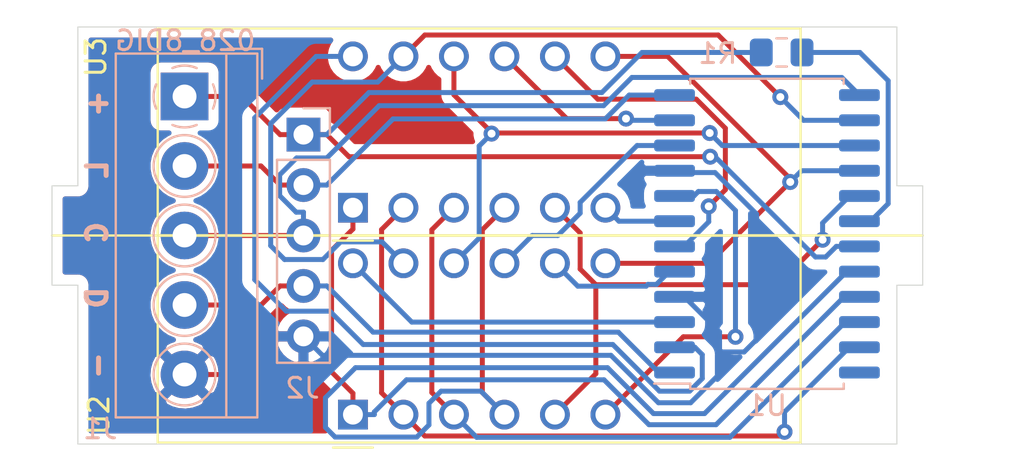
<source format=kicad_pcb>
(kicad_pcb (version 20171130) (host pcbnew 5.1.5+dfsg1-2build2)

  (general
    (thickness 1.6)
    (drawings 15)
    (tracks 213)
    (zones 0)
    (modules 6)
    (nets 24)
  )

  (page A4)
  (layers
    (0 F.Cu signal)
    (31 B.Cu signal)
    (32 B.Adhes user)
    (33 F.Adhes user)
    (34 B.Paste user)
    (35 F.Paste user)
    (36 B.SilkS user)
    (37 F.SilkS user)
    (38 B.Mask user)
    (39 F.Mask user)
    (40 Dwgs.User user)
    (41 Cmts.User user)
    (42 Eco1.User user)
    (43 Eco2.User user)
    (44 Edge.Cuts user)
    (45 Margin user)
    (46 B.CrtYd user)
    (47 F.CrtYd user)
    (48 B.Fab user)
    (49 F.Fab user)
  )

  (setup
    (last_trace_width 0.25)
    (trace_clearance 0.2)
    (zone_clearance 0.508)
    (zone_45_only no)
    (trace_min 0.2)
    (via_size 0.8)
    (via_drill 0.4)
    (via_min_size 0.4)
    (via_min_drill 0.3)
    (uvia_size 0.3)
    (uvia_drill 0.1)
    (uvias_allowed no)
    (uvia_min_size 0.2)
    (uvia_min_drill 0.1)
    (edge_width 0.05)
    (segment_width 0.2)
    (pcb_text_width 0.3)
    (pcb_text_size 1.5 1.5)
    (mod_edge_width 0.12)
    (mod_text_size 1 1)
    (mod_text_width 0.15)
    (pad_size 1.524 1.524)
    (pad_drill 0.762)
    (pad_to_mask_clearance 0.051)
    (solder_mask_min_width 0.25)
    (aux_axis_origin 0 0)
    (visible_elements FFFFFF7F)
    (pcbplotparams
      (layerselection 0x010f0_ffffffff)
      (usegerberextensions false)
      (usegerberattributes false)
      (usegerberadvancedattributes false)
      (creategerberjobfile false)
      (excludeedgelayer true)
      (linewidth 0.100000)
      (plotframeref false)
      (viasonmask false)
      (mode 1)
      (useauxorigin false)
      (hpglpennumber 1)
      (hpglpenspeed 20)
      (hpglpendiameter 15.000000)
      (psnegative false)
      (psa4output false)
      (plotreference true)
      (plotvalue true)
      (plotinvisibletext false)
      (padsonsilk false)
      (subtractmaskfromsilk false)
      (outputformat 1)
      (mirror false)
      (drillshape 0)
      (scaleselection 1)
      (outputdirectory "gerber/single/"))
  )

  (net 0 "")
  (net 1 "Net-(U1-Pad11)")
  (net 2 "Net-(U1-Pad10)")
  (net 3 "Net-(U1-Pad8)")
  (net 4 "Net-(U1-Pad7)")
  (net 5 "Net-(U1-Pad6)")
  (net 6 "Net-(U1-Pad5)")
  (net 7 "Net-(U1-Pad3)")
  (net 8 "Net-(U1-Pad2)")
  (net 9 "Net-(U1-Pad14)")
  (net 10 "Net-(J1-Pad5)")
  (net 11 "Net-(J1-Pad4)")
  (net 12 "Net-(J1-Pad3)")
  (net 13 "Net-(J1-Pad2)")
  (net 14 "Net-(J1-Pad1)")
  (net 15 "Net-(R1-Pad2)")
  (net 16 "Net-(U1-Pad24)")
  (net 17 "Net-(U1-Pad23)")
  (net 18 "Net-(U1-Pad22)")
  (net 19 "Net-(U1-Pad21)")
  (net 20 "Net-(U1-Pad20)")
  (net 21 "Net-(U1-Pad17)")
  (net 22 "Net-(U1-Pad16)")
  (net 23 "Net-(U1-Pad15)")

  (net_class Default "This is the default net class."
    (clearance 0.2)
    (trace_width 0.25)
    (via_dia 0.8)
    (via_drill 0.4)
    (uvia_dia 0.3)
    (uvia_drill 0.1)
    (add_net "Net-(J1-Pad1)")
    (add_net "Net-(J1-Pad2)")
    (add_net "Net-(J1-Pad3)")
    (add_net "Net-(J1-Pad4)")
    (add_net "Net-(J1-Pad5)")
    (add_net "Net-(R1-Pad2)")
    (add_net "Net-(U1-Pad10)")
    (add_net "Net-(U1-Pad11)")
    (add_net "Net-(U1-Pad14)")
    (add_net "Net-(U1-Pad15)")
    (add_net "Net-(U1-Pad16)")
    (add_net "Net-(U1-Pad17)")
    (add_net "Net-(U1-Pad2)")
    (add_net "Net-(U1-Pad20)")
    (add_net "Net-(U1-Pad21)")
    (add_net "Net-(U1-Pad22)")
    (add_net "Net-(U1-Pad23)")
    (add_net "Net-(U1-Pad24)")
    (add_net "Net-(U1-Pad3)")
    (add_net "Net-(U1-Pad5)")
    (add_net "Net-(U1-Pad6)")
    (add_net "Net-(U1-Pad7)")
    (add_net "Net-(U1-Pad8)")
  )

  (module XLITX:2841AS (layer F.Cu) (tedit 618F4117) (tstamp 618F9DF9)
    (at 115.138 109.1 90)
    (descr "4 digit 7 segment red LED, http://xlitx.com/datasheet/2841AS.pdf")
    (tags "4 digit 7 segment red LED")
    (path /618F5490)
    (fp_text reference U3 (at 7.5826 -12.9286 90) (layer F.SilkS)
      (effects (font (size 1 1) (thickness 0.15)))
    )
    (fp_text value CC56-12CGKWA (at 3.5 32.92 90) (layer F.Fab)
      (effects (font (size 1 1) (thickness 0.15)))
    )
    (fp_line (start -1.41 -9.82) (end 9.03 -9.82) (layer F.SilkS) (width 0.12))
    (fp_line (start -1.41 -9.82) (end -1.41 22.52) (layer F.SilkS) (width 0.12))
    (fp_line (start -1.41 22.52) (end 9.03 22.52) (layer F.SilkS) (width 0.12))
    (fp_line (start 9.03 22.52) (end 9.03 -9.82) (layer F.SilkS) (width 0.12))
    (fp_line (start -1.29 0.37) (end -0.92 0) (layer F.Fab) (width 0.1))
    (fp_line (start -0.92 0) (end -1.29 -0.37) (layer F.Fab) (width 0.1))
    (fp_line (start -1.29 -0.37) (end -1.29 -9.7) (layer F.Fab) (width 0.1))
    (fp_line (start -1.54 -9.95) (end 9.16 -9.95) (layer F.CrtYd) (width 0.05))
    (fp_line (start 9.16 -9.95) (end 9.16 22.65) (layer F.CrtYd) (width 0.05))
    (fp_line (start 9.16 22.65) (end -1.54 22.65) (layer F.CrtYd) (width 0.05))
    (fp_line (start -1.54 22.65) (end -1.54 -9.95) (layer F.CrtYd) (width 0.05))
    (fp_line (start -1.66 -1) (end -1.66 1) (layer F.SilkS) (width 0.12))
    (fp_line (start -1.29 -9.7) (end 8.91 -9.7) (layer F.Fab) (width 0.1))
    (fp_line (start 8.91 -9.7) (end 8.91 22.4) (layer F.Fab) (width 0.1))
    (fp_line (start -1.29 22.4) (end 8.91 22.4) (layer F.Fab) (width 0.1))
    (fp_line (start -1.29 0.37) (end -1.29 22.4) (layer F.Fab) (width 0.1))
    (fp_text user %R (at 8.128 6.604 90) (layer F.Fab)
      (effects (font (size 1 1) (thickness 0.15)))
    )
    (pad 1 thru_hole rect (at 0 0 90) (size 1.5 1.5) (drill 1) (layers *.Cu *.Mask)
      (net 19 "Net-(U1-Pad21)"))
    (pad 2 thru_hole circle (at 0 2.54 90) (size 1.5 1.5) (drill 1) (layers *.Cu *.Mask)
      (net 17 "Net-(U1-Pad23)"))
    (pad 3 thru_hole circle (at 0 5.08 90) (size 1.5 1.5) (drill 1) (layers *.Cu *.Mask)
      (net 18 "Net-(U1-Pad22)"))
    (pad 4 thru_hole circle (at 0 7.62 90) (size 1.5 1.5) (drill 1) (layers *.Cu *.Mask)
      (net 20 "Net-(U1-Pad20)"))
    (pad 5 thru_hole circle (at 0 10.16 90) (size 1.5 1.5) (drill 1) (layers *.Cu *.Mask)
      (net 21 "Net-(U1-Pad17)"))
    (pad 6 thru_hole circle (at 0 12.7 90) (size 1.5 1.5) (drill 1) (layers *.Cu *.Mask)
      (net 4 "Net-(U1-Pad7)"))
    (pad 7 thru_hole circle (at 7.62 12.7 90) (size 1.5 1.5) (drill 1) (layers *.Cu *.Mask)
      (net 22 "Net-(U1-Pad16)"))
    (pad 8 thru_hole circle (at 7.62 10.16 90) (size 1.5 1.5) (drill 1) (layers *.Cu *.Mask)
      (net 5 "Net-(U1-Pad6)"))
    (pad 9 thru_hole circle (at 7.62 7.62 90) (size 1.5 1.5) (drill 1) (layers *.Cu *.Mask)
      (net 1 "Net-(U1-Pad11)"))
    (pad 10 thru_hole circle (at 7.62 5.08 90) (size 1.5 1.5) (drill 1) (layers *.Cu *.Mask)
      (net 23 "Net-(U1-Pad15)"))
    (pad 11 thru_hole circle (at 7.62 2.54 90) (size 1.5 1.5) (drill 1) (layers *.Cu *.Mask)
      (net 9 "Net-(U1-Pad14)"))
    (pad 12 thru_hole circle (at 7.62 0 90) (size 1.5 1.5) (drill 1) (layers *.Cu *.Mask)
      (net 8 "Net-(U1-Pad2)"))
    (model ${KISYS3DMOD}/Display_7Segment.3dshapes/2841AS.wrl
      (at (xyz 0 0 0))
      (scale (xyz 1 1 1))
      (rotate (xyz 0 0 0))
    )
  )

  (module XLITX:2841AS (layer F.Cu) (tedit 618F4117) (tstamp 618F9DD8)
    (at 115.138 119.52 90)
    (descr "4 digit 7 segment red LED, http://xlitx.com/datasheet/2841AS.pdf")
    (tags "4 digit 7 segment red LED")
    (path /61909F72)
    (fp_text reference U2 (at -0.0254 -12.7762 90) (layer F.SilkS)
      (effects (font (size 1 1) (thickness 0.15)))
    )
    (fp_text value CC56-12CGKWA (at 3.5 32.92 90) (layer F.Fab)
      (effects (font (size 1 1) (thickness 0.15)))
    )
    (fp_line (start -1.41 -9.82) (end 9.03 -9.82) (layer F.SilkS) (width 0.12))
    (fp_line (start -1.41 -9.82) (end -1.41 22.52) (layer F.SilkS) (width 0.12))
    (fp_line (start -1.41 22.52) (end 9.03 22.52) (layer F.SilkS) (width 0.12))
    (fp_line (start 9.03 22.52) (end 9.03 -9.82) (layer F.SilkS) (width 0.12))
    (fp_line (start -1.29 0.37) (end -0.92 0) (layer F.Fab) (width 0.1))
    (fp_line (start -0.92 0) (end -1.29 -0.37) (layer F.Fab) (width 0.1))
    (fp_line (start -1.29 -0.37) (end -1.29 -9.7) (layer F.Fab) (width 0.1))
    (fp_line (start -1.54 -9.95) (end 9.16 -9.95) (layer F.CrtYd) (width 0.05))
    (fp_line (start 9.16 -9.95) (end 9.16 22.65) (layer F.CrtYd) (width 0.05))
    (fp_line (start 9.16 22.65) (end -1.54 22.65) (layer F.CrtYd) (width 0.05))
    (fp_line (start -1.54 22.65) (end -1.54 -9.95) (layer F.CrtYd) (width 0.05))
    (fp_line (start -1.66 -1) (end -1.66 1) (layer F.SilkS) (width 0.12))
    (fp_line (start -1.29 -9.7) (end 8.91 -9.7) (layer F.Fab) (width 0.1))
    (fp_line (start 8.91 -9.7) (end 8.91 22.4) (layer F.Fab) (width 0.1))
    (fp_line (start -1.29 22.4) (end 8.91 22.4) (layer F.Fab) (width 0.1))
    (fp_line (start -1.29 0.37) (end -1.29 22.4) (layer F.Fab) (width 0.1))
    (fp_text user %R (at 8.128 6.604 90) (layer F.Fab)
      (effects (font (size 1 1) (thickness 0.15)))
    )
    (pad 1 thru_hole rect (at 0 0 90) (size 1.5 1.5) (drill 1) (layers *.Cu *.Mask)
      (net 19 "Net-(U1-Pad21)"))
    (pad 2 thru_hole circle (at 0 2.54 90) (size 1.5 1.5) (drill 1) (layers *.Cu *.Mask)
      (net 17 "Net-(U1-Pad23)"))
    (pad 3 thru_hole circle (at 0 5.08 90) (size 1.5 1.5) (drill 1) (layers *.Cu *.Mask)
      (net 18 "Net-(U1-Pad22)"))
    (pad 4 thru_hole circle (at 0 7.62 90) (size 1.5 1.5) (drill 1) (layers *.Cu *.Mask)
      (net 20 "Net-(U1-Pad20)"))
    (pad 5 thru_hole circle (at 0 10.16 90) (size 1.5 1.5) (drill 1) (layers *.Cu *.Mask)
      (net 21 "Net-(U1-Pad17)"))
    (pad 6 thru_hole circle (at 0 12.7 90) (size 1.5 1.5) (drill 1) (layers *.Cu *.Mask)
      (net 3 "Net-(U1-Pad8)"))
    (pad 7 thru_hole circle (at 7.62 12.7 90) (size 1.5 1.5) (drill 1) (layers *.Cu *.Mask)
      (net 22 "Net-(U1-Pad16)"))
    (pad 8 thru_hole circle (at 7.62 10.16 90) (size 1.5 1.5) (drill 1) (layers *.Cu *.Mask)
      (net 6 "Net-(U1-Pad5)"))
    (pad 9 thru_hole circle (at 7.62 7.62 90) (size 1.5 1.5) (drill 1) (layers *.Cu *.Mask)
      (net 2 "Net-(U1-Pad10)"))
    (pad 10 thru_hole circle (at 7.62 5.08 90) (size 1.5 1.5) (drill 1) (layers *.Cu *.Mask)
      (net 23 "Net-(U1-Pad15)"))
    (pad 11 thru_hole circle (at 7.62 2.54 90) (size 1.5 1.5) (drill 1) (layers *.Cu *.Mask)
      (net 9 "Net-(U1-Pad14)"))
    (pad 12 thru_hole circle (at 7.62 0 90) (size 1.5 1.5) (drill 1) (layers *.Cu *.Mask)
      (net 7 "Net-(U1-Pad3)"))
    (model ${KISYS3DMOD}/Display_7Segment.3dshapes/2841AS.wrl
      (at (xyz 0 0 0))
      (scale (xyz 1 1 1))
      (rotate (xyz 0 0 0))
    )
  )

  (module Package_SO:SOIC-24W_7.5x15.4mm_P1.27mm (layer B.Cu) (tedit 5D9F72B1) (tstamp 618F9DB7)
    (at 135.966 110.414)
    (descr "SOIC, 24 Pin (JEDEC MS-013AD, https://www.analog.com/media/en/package-pcb-resources/package/pkg_pdf/soic_wide-rw/RW_24.pdf), generated with kicad-footprint-generator ipc_gullwing_generator.py")
    (tags "SOIC SO")
    (path /618F9483)
    (attr smd)
    (fp_text reference U1 (at 0 8.65) (layer B.SilkS)
      (effects (font (size 1 1) (thickness 0.15)) (justify mirror))
    )
    (fp_text value MAX7219 (at 0 -8.65) (layer B.Fab)
      (effects (font (size 1 1) (thickness 0.15)) (justify mirror))
    )
    (fp_text user %R (at 0 0) (layer B.Fab)
      (effects (font (size 1 1) (thickness 0.15)) (justify mirror))
    )
    (fp_line (start 5.93 7.95) (end -5.93 7.95) (layer B.CrtYd) (width 0.05))
    (fp_line (start 5.93 -7.95) (end 5.93 7.95) (layer B.CrtYd) (width 0.05))
    (fp_line (start -5.93 -7.95) (end 5.93 -7.95) (layer B.CrtYd) (width 0.05))
    (fp_line (start -5.93 7.95) (end -5.93 -7.95) (layer B.CrtYd) (width 0.05))
    (fp_line (start -3.75 6.7) (end -2.75 7.7) (layer B.Fab) (width 0.1))
    (fp_line (start -3.75 -7.7) (end -3.75 6.7) (layer B.Fab) (width 0.1))
    (fp_line (start 3.75 -7.7) (end -3.75 -7.7) (layer B.Fab) (width 0.1))
    (fp_line (start 3.75 7.7) (end 3.75 -7.7) (layer B.Fab) (width 0.1))
    (fp_line (start -2.75 7.7) (end 3.75 7.7) (layer B.Fab) (width 0.1))
    (fp_line (start -3.86 7.545) (end -5.675 7.545) (layer B.SilkS) (width 0.12))
    (fp_line (start -3.86 7.81) (end -3.86 7.545) (layer B.SilkS) (width 0.12))
    (fp_line (start 0 7.81) (end -3.86 7.81) (layer B.SilkS) (width 0.12))
    (fp_line (start 3.86 7.81) (end 3.86 7.545) (layer B.SilkS) (width 0.12))
    (fp_line (start 0 7.81) (end 3.86 7.81) (layer B.SilkS) (width 0.12))
    (fp_line (start -3.86 -7.81) (end -3.86 -7.545) (layer B.SilkS) (width 0.12))
    (fp_line (start 0 -7.81) (end -3.86 -7.81) (layer B.SilkS) (width 0.12))
    (fp_line (start 3.86 -7.81) (end 3.86 -7.545) (layer B.SilkS) (width 0.12))
    (fp_line (start 0 -7.81) (end 3.86 -7.81) (layer B.SilkS) (width 0.12))
    (pad 24 smd roundrect (at 4.65 6.985) (size 2.05 0.6) (layers B.Cu B.Paste B.Mask) (roundrect_rratio 0.25)
      (net 16 "Net-(U1-Pad24)"))
    (pad 23 smd roundrect (at 4.65 5.715) (size 2.05 0.6) (layers B.Cu B.Paste B.Mask) (roundrect_rratio 0.25)
      (net 17 "Net-(U1-Pad23)"))
    (pad 22 smd roundrect (at 4.65 4.445) (size 2.05 0.6) (layers B.Cu B.Paste B.Mask) (roundrect_rratio 0.25)
      (net 18 "Net-(U1-Pad22)"))
    (pad 21 smd roundrect (at 4.65 3.175) (size 2.05 0.6) (layers B.Cu B.Paste B.Mask) (roundrect_rratio 0.25)
      (net 19 "Net-(U1-Pad21)"))
    (pad 20 smd roundrect (at 4.65 1.905) (size 2.05 0.6) (layers B.Cu B.Paste B.Mask) (roundrect_rratio 0.25)
      (net 20 "Net-(U1-Pad20)"))
    (pad 19 smd roundrect (at 4.65 0.635) (size 2.05 0.6) (layers B.Cu B.Paste B.Mask) (roundrect_rratio 0.25)
      (net 14 "Net-(J1-Pad1)"))
    (pad 18 smd roundrect (at 4.65 -0.635) (size 2.05 0.6) (layers B.Cu B.Paste B.Mask) (roundrect_rratio 0.25)
      (net 15 "Net-(R1-Pad2)"))
    (pad 17 smd roundrect (at 4.65 -1.905) (size 2.05 0.6) (layers B.Cu B.Paste B.Mask) (roundrect_rratio 0.25)
      (net 21 "Net-(U1-Pad17)"))
    (pad 16 smd roundrect (at 4.65 -3.175) (size 2.05 0.6) (layers B.Cu B.Paste B.Mask) (roundrect_rratio 0.25)
      (net 22 "Net-(U1-Pad16)"))
    (pad 15 smd roundrect (at 4.65 -4.445) (size 2.05 0.6) (layers B.Cu B.Paste B.Mask) (roundrect_rratio 0.25)
      (net 23 "Net-(U1-Pad15)"))
    (pad 14 smd roundrect (at 4.65 -5.715) (size 2.05 0.6) (layers B.Cu B.Paste B.Mask) (roundrect_rratio 0.25)
      (net 9 "Net-(U1-Pad14)"))
    (pad 13 smd roundrect (at 4.65 -6.985) (size 2.05 0.6) (layers B.Cu B.Paste B.Mask) (roundrect_rratio 0.25)
      (net 12 "Net-(J1-Pad3)"))
    (pad 12 smd roundrect (at -4.65 -6.985) (size 2.05 0.6) (layers B.Cu B.Paste B.Mask) (roundrect_rratio 0.25)
      (net 13 "Net-(J1-Pad2)"))
    (pad 11 smd roundrect (at -4.65 -5.715) (size 2.05 0.6) (layers B.Cu B.Paste B.Mask) (roundrect_rratio 0.25)
      (net 1 "Net-(U1-Pad11)"))
    (pad 10 smd roundrect (at -4.65 -4.445) (size 2.05 0.6) (layers B.Cu B.Paste B.Mask) (roundrect_rratio 0.25)
      (net 2 "Net-(U1-Pad10)"))
    (pad 9 smd roundrect (at -4.65 -3.175) (size 2.05 0.6) (layers B.Cu B.Paste B.Mask) (roundrect_rratio 0.25)
      (net 10 "Net-(J1-Pad5)"))
    (pad 8 smd roundrect (at -4.65 -1.905) (size 2.05 0.6) (layers B.Cu B.Paste B.Mask) (roundrect_rratio 0.25)
      (net 3 "Net-(U1-Pad8)"))
    (pad 7 smd roundrect (at -4.65 -0.635) (size 2.05 0.6) (layers B.Cu B.Paste B.Mask) (roundrect_rratio 0.25)
      (net 4 "Net-(U1-Pad7)"))
    (pad 6 smd roundrect (at -4.65 0.635) (size 2.05 0.6) (layers B.Cu B.Paste B.Mask) (roundrect_rratio 0.25)
      (net 5 "Net-(U1-Pad6)"))
    (pad 5 smd roundrect (at -4.65 1.905) (size 2.05 0.6) (layers B.Cu B.Paste B.Mask) (roundrect_rratio 0.25)
      (net 6 "Net-(U1-Pad5)"))
    (pad 4 smd roundrect (at -4.65 3.175) (size 2.05 0.6) (layers B.Cu B.Paste B.Mask) (roundrect_rratio 0.25)
      (net 10 "Net-(J1-Pad5)"))
    (pad 3 smd roundrect (at -4.65 4.445) (size 2.05 0.6) (layers B.Cu B.Paste B.Mask) (roundrect_rratio 0.25)
      (net 7 "Net-(U1-Pad3)"))
    (pad 2 smd roundrect (at -4.65 5.715) (size 2.05 0.6) (layers B.Cu B.Paste B.Mask) (roundrect_rratio 0.25)
      (net 8 "Net-(U1-Pad2)"))
    (pad 1 smd roundrect (at -4.65 6.985) (size 2.05 0.6) (layers B.Cu B.Paste B.Mask) (roundrect_rratio 0.25)
      (net 11 "Net-(J1-Pad4)"))
    (model ${KISYS3DMOD}/Package_SO.3dshapes/SOIC-24W_7.5x15.4mm_P1.27mm.wrl
      (at (xyz 0 0 0))
      (scale (xyz 1 1 1))
      (rotate (xyz 0 0 0))
    )
  )

  (module Resistor_SMD:R_0805_2012Metric_Pad1.15x1.40mm_HandSolder (layer B.Cu) (tedit 5B36C52B) (tstamp 618F9D88)
    (at 136.703 101.282)
    (descr "Resistor SMD 0805 (2012 Metric), square (rectangular) end terminal, IPC_7351 nominal with elongated pad for handsoldering. (Body size source: https://docs.google.com/spreadsheets/d/1BsfQQcO9C6DZCsRaXUlFlo91Tg2WpOkGARC1WS5S8t0/edit?usp=sharing), generated with kicad-footprint-generator")
    (tags "resistor handsolder")
    (path /61921F68)
    (attr smd)
    (fp_text reference R1 (at -3.2133 0.0513) (layer B.SilkS)
      (effects (font (size 1 1) (thickness 0.15)) (justify mirror))
    )
    (fp_text value 10k (at 0 -1.65) (layer B.Fab)
      (effects (font (size 1 1) (thickness 0.15)) (justify mirror))
    )
    (fp_text user %R (at 0 0) (layer B.Fab)
      (effects (font (size 0.5 0.5) (thickness 0.08)) (justify mirror))
    )
    (fp_line (start 1.85 -0.95) (end -1.85 -0.95) (layer B.CrtYd) (width 0.05))
    (fp_line (start 1.85 0.95) (end 1.85 -0.95) (layer B.CrtYd) (width 0.05))
    (fp_line (start -1.85 0.95) (end 1.85 0.95) (layer B.CrtYd) (width 0.05))
    (fp_line (start -1.85 -0.95) (end -1.85 0.95) (layer B.CrtYd) (width 0.05))
    (fp_line (start -0.261252 -0.71) (end 0.261252 -0.71) (layer B.SilkS) (width 0.12))
    (fp_line (start -0.261252 0.71) (end 0.261252 0.71) (layer B.SilkS) (width 0.12))
    (fp_line (start 1 -0.6) (end -1 -0.6) (layer B.Fab) (width 0.1))
    (fp_line (start 1 0.6) (end 1 -0.6) (layer B.Fab) (width 0.1))
    (fp_line (start -1 0.6) (end 1 0.6) (layer B.Fab) (width 0.1))
    (fp_line (start -1 -0.6) (end -1 0.6) (layer B.Fab) (width 0.1))
    (pad 2 smd roundrect (at 1.025 0) (size 1.15 1.4) (layers B.Cu B.Paste B.Mask) (roundrect_rratio 0.217391)
      (net 15 "Net-(R1-Pad2)"))
    (pad 1 smd roundrect (at -1.025 0) (size 1.15 1.4) (layers B.Cu B.Paste B.Mask) (roundrect_rratio 0.217391)
      (net 14 "Net-(J1-Pad1)"))
    (model ${KISYS3DMOD}/Resistor_SMD.3dshapes/R_0805_2012Metric.wrl
      (at (xyz 0 0 0))
      (scale (xyz 1 1 1))
      (rotate (xyz 0 0 0))
    )
  )

  (module Connector_PinHeader_2.54mm:PinHeader_1x05_P2.54mm_Vertical (layer B.Cu) (tedit 59FED5CC) (tstamp 618F9D77)
    (at 112.649 105.42 180)
    (descr "Through hole straight pin header, 1x05, 2.54mm pitch, single row")
    (tags "Through hole pin header THT 1x05 2.54mm single row")
    (path /6194501D)
    (fp_text reference J2 (at 0.0508 -12.7662) (layer B.SilkS)
      (effects (font (size 1 1) (thickness 0.15)) (justify mirror))
    )
    (fp_text value Conn_01x05_Male (at 0 -12.49) (layer B.Fab)
      (effects (font (size 1 1) (thickness 0.15)) (justify mirror))
    )
    (fp_text user %R (at 0 -5.08 270) (layer B.Fab)
      (effects (font (size 1 1) (thickness 0.15)) (justify mirror))
    )
    (fp_line (start 1.8 1.8) (end -1.8 1.8) (layer B.CrtYd) (width 0.05))
    (fp_line (start 1.8 -11.95) (end 1.8 1.8) (layer B.CrtYd) (width 0.05))
    (fp_line (start -1.8 -11.95) (end 1.8 -11.95) (layer B.CrtYd) (width 0.05))
    (fp_line (start -1.8 1.8) (end -1.8 -11.95) (layer B.CrtYd) (width 0.05))
    (fp_line (start -1.33 1.33) (end 0 1.33) (layer B.SilkS) (width 0.12))
    (fp_line (start -1.33 0) (end -1.33 1.33) (layer B.SilkS) (width 0.12))
    (fp_line (start -1.33 -1.27) (end 1.33 -1.27) (layer B.SilkS) (width 0.12))
    (fp_line (start 1.33 -1.27) (end 1.33 -11.49) (layer B.SilkS) (width 0.12))
    (fp_line (start -1.33 -1.27) (end -1.33 -11.49) (layer B.SilkS) (width 0.12))
    (fp_line (start -1.33 -11.49) (end 1.33 -11.49) (layer B.SilkS) (width 0.12))
    (fp_line (start -1.27 0.635) (end -0.635 1.27) (layer B.Fab) (width 0.1))
    (fp_line (start -1.27 -11.43) (end -1.27 0.635) (layer B.Fab) (width 0.1))
    (fp_line (start 1.27 -11.43) (end -1.27 -11.43) (layer B.Fab) (width 0.1))
    (fp_line (start 1.27 1.27) (end 1.27 -11.43) (layer B.Fab) (width 0.1))
    (fp_line (start -0.635 1.27) (end 1.27 1.27) (layer B.Fab) (width 0.1))
    (pad 5 thru_hole oval (at 0 -10.16 180) (size 1.7 1.7) (drill 1) (layers *.Cu *.Mask)
      (net 10 "Net-(J1-Pad5)"))
    (pad 4 thru_hole oval (at 0 -7.62 180) (size 1.7 1.7) (drill 1) (layers *.Cu *.Mask)
      (net 11 "Net-(J1-Pad4)"))
    (pad 3 thru_hole oval (at 0 -5.08 180) (size 1.7 1.7) (drill 1) (layers *.Cu *.Mask)
      (net 12 "Net-(J1-Pad3)"))
    (pad 2 thru_hole oval (at 0 -2.54 180) (size 1.7 1.7) (drill 1) (layers *.Cu *.Mask)
      (net 13 "Net-(J1-Pad2)"))
    (pad 1 thru_hole rect (at 0 0 180) (size 1.7 1.7) (drill 1) (layers *.Cu *.Mask)
      (net 14 "Net-(J1-Pad1)"))
    (model ${KISYS3DMOD}/Connector_PinHeader_2.54mm.3dshapes/PinHeader_1x05_P2.54mm_Vertical.wrl
      (at (xyz 0 0 0))
      (scale (xyz 1 1 1))
      (rotate (xyz 0 0 0))
    )
  )

  (module TerminalBlock_4Ucon:TerminalBlock_4Ucon_1x05_P3.50mm_Horizontal (layer B.Cu) (tedit 5B294E92) (tstamp 618F9D5E)
    (at 106.667 103.5 270)
    (descr "Terminal Block 4Ucon ItemNo. 20223, 5 pins, pitch 3.5mm, size 18.2x7mm^2, drill diamater 1.2mm, pad diameter 2.4mm, see http://www.4uconnector.com/online/object/4udrawing/20223.pdf, script-generated using https://github.com/pointhi/kicad-footprint-generator/scripts/TerminalBlock_4Ucon")
    (tags "THT Terminal Block 4Ucon ItemNo. 20223 pitch 3.5mm size 18.2x7mm^2 drill 1.2mm pad 2.4mm")
    (path /6192D2E6)
    (fp_text reference J1 (at 16.7309 4.2415) (layer B.SilkS)
      (effects (font (size 1 1) (thickness 0.15)) (justify mirror))
    )
    (fp_text value Conn_01x05_Female (at 7 -4.66 90) (layer B.Fab)
      (effects (font (size 1 1) (thickness 0.15)) (justify mirror))
    )
    (fp_text user %R (at 7 -2.9 90) (layer B.Fab)
      (effects (font (size 1 1) (thickness 0.15)) (justify mirror))
    )
    (fp_line (start 16.6 3.9) (end -2.6 3.9) (layer B.CrtYd) (width 0.05))
    (fp_line (start 16.6 -4.1) (end 16.6 3.9) (layer B.CrtYd) (width 0.05))
    (fp_line (start -2.6 -4.1) (end 16.6 -4.1) (layer B.CrtYd) (width 0.05))
    (fp_line (start -2.6 3.9) (end -2.6 -4.1) (layer B.CrtYd) (width 0.05))
    (fp_line (start -2.4 -3.9) (end -0.9 -3.9) (layer B.SilkS) (width 0.12))
    (fp_line (start -2.4 -2.16) (end -2.4 -3.9) (layer B.SilkS) (width 0.12))
    (fp_line (start 12.9 -0.069) (end 12.9 0.069) (layer B.Fab) (width 0.1))
    (fp_line (start 13.931 -0.069) (end 12.9 -0.069) (layer B.Fab) (width 0.1))
    (fp_line (start 13.931 -1.1) (end 13.931 -0.069) (layer B.Fab) (width 0.1))
    (fp_line (start 14.069 -1.1) (end 13.931 -1.1) (layer B.Fab) (width 0.1))
    (fp_line (start 14.069 -0.069) (end 14.069 -1.1) (layer B.Fab) (width 0.1))
    (fp_line (start 15.1 -0.069) (end 14.069 -0.069) (layer B.Fab) (width 0.1))
    (fp_line (start 15.1 0.069) (end 15.1 -0.069) (layer B.Fab) (width 0.1))
    (fp_line (start 14.069 0.069) (end 15.1 0.069) (layer B.Fab) (width 0.1))
    (fp_line (start 14.069 1.1) (end 14.069 0.069) (layer B.Fab) (width 0.1))
    (fp_line (start 13.931 1.1) (end 14.069 1.1) (layer B.Fab) (width 0.1))
    (fp_line (start 13.931 0.069) (end 13.931 1.1) (layer B.Fab) (width 0.1))
    (fp_line (start 12.9 0.069) (end 13.931 0.069) (layer B.Fab) (width 0.1))
    (fp_line (start 9.4 -0.069) (end 9.4 0.069) (layer B.Fab) (width 0.1))
    (fp_line (start 10.431 -0.069) (end 9.4 -0.069) (layer B.Fab) (width 0.1))
    (fp_line (start 10.431 -1.1) (end 10.431 -0.069) (layer B.Fab) (width 0.1))
    (fp_line (start 10.569 -1.1) (end 10.431 -1.1) (layer B.Fab) (width 0.1))
    (fp_line (start 10.569 -0.069) (end 10.569 -1.1) (layer B.Fab) (width 0.1))
    (fp_line (start 11.6 -0.069) (end 10.569 -0.069) (layer B.Fab) (width 0.1))
    (fp_line (start 11.6 0.069) (end 11.6 -0.069) (layer B.Fab) (width 0.1))
    (fp_line (start 10.569 0.069) (end 11.6 0.069) (layer B.Fab) (width 0.1))
    (fp_line (start 10.569 1.1) (end 10.569 0.069) (layer B.Fab) (width 0.1))
    (fp_line (start 10.431 1.1) (end 10.569 1.1) (layer B.Fab) (width 0.1))
    (fp_line (start 10.431 0.069) (end 10.431 1.1) (layer B.Fab) (width 0.1))
    (fp_line (start 9.4 0.069) (end 10.431 0.069) (layer B.Fab) (width 0.1))
    (fp_line (start 5.9 -0.069) (end 5.9 0.069) (layer B.Fab) (width 0.1))
    (fp_line (start 6.931 -0.069) (end 5.9 -0.069) (layer B.Fab) (width 0.1))
    (fp_line (start 6.931 -1.1) (end 6.931 -0.069) (layer B.Fab) (width 0.1))
    (fp_line (start 7.069 -1.1) (end 6.931 -1.1) (layer B.Fab) (width 0.1))
    (fp_line (start 7.069 -0.069) (end 7.069 -1.1) (layer B.Fab) (width 0.1))
    (fp_line (start 8.1 -0.069) (end 7.069 -0.069) (layer B.Fab) (width 0.1))
    (fp_line (start 8.1 0.069) (end 8.1 -0.069) (layer B.Fab) (width 0.1))
    (fp_line (start 7.069 0.069) (end 8.1 0.069) (layer B.Fab) (width 0.1))
    (fp_line (start 7.069 1.1) (end 7.069 0.069) (layer B.Fab) (width 0.1))
    (fp_line (start 6.931 1.1) (end 7.069 1.1) (layer B.Fab) (width 0.1))
    (fp_line (start 6.931 0.069) (end 6.931 1.1) (layer B.Fab) (width 0.1))
    (fp_line (start 5.9 0.069) (end 6.931 0.069) (layer B.Fab) (width 0.1))
    (fp_line (start 2.4 -0.069) (end 2.4 0.069) (layer B.Fab) (width 0.1))
    (fp_line (start 3.431 -0.069) (end 2.4 -0.069) (layer B.Fab) (width 0.1))
    (fp_line (start 3.431 -1.1) (end 3.431 -0.069) (layer B.Fab) (width 0.1))
    (fp_line (start 3.569 -1.1) (end 3.431 -1.1) (layer B.Fab) (width 0.1))
    (fp_line (start 3.569 -0.069) (end 3.569 -1.1) (layer B.Fab) (width 0.1))
    (fp_line (start 4.6 -0.069) (end 3.569 -0.069) (layer B.Fab) (width 0.1))
    (fp_line (start 4.6 0.069) (end 4.6 -0.069) (layer B.Fab) (width 0.1))
    (fp_line (start 3.569 0.069) (end 4.6 0.069) (layer B.Fab) (width 0.1))
    (fp_line (start 3.569 1.1) (end 3.569 0.069) (layer B.Fab) (width 0.1))
    (fp_line (start 3.431 1.1) (end 3.569 1.1) (layer B.Fab) (width 0.1))
    (fp_line (start 3.431 0.069) (end 3.431 1.1) (layer B.Fab) (width 0.1))
    (fp_line (start 2.4 0.069) (end 3.431 0.069) (layer B.Fab) (width 0.1))
    (fp_line (start -1.1 -0.069) (end -1.1 0.069) (layer B.Fab) (width 0.1))
    (fp_line (start -0.069 -0.069) (end -1.1 -0.069) (layer B.Fab) (width 0.1))
    (fp_line (start -0.069 -1.1) (end -0.069 -0.069) (layer B.Fab) (width 0.1))
    (fp_line (start 0.069 -1.1) (end -0.069 -1.1) (layer B.Fab) (width 0.1))
    (fp_line (start 0.069 -0.069) (end 0.069 -1.1) (layer B.Fab) (width 0.1))
    (fp_line (start 1.1 -0.069) (end 0.069 -0.069) (layer B.Fab) (width 0.1))
    (fp_line (start 1.1 0.069) (end 1.1 -0.069) (layer B.Fab) (width 0.1))
    (fp_line (start 0.069 0.069) (end 1.1 0.069) (layer B.Fab) (width 0.1))
    (fp_line (start 0.069 1.1) (end 0.069 0.069) (layer B.Fab) (width 0.1))
    (fp_line (start -0.069 1.1) (end 0.069 1.1) (layer B.Fab) (width 0.1))
    (fp_line (start -0.069 0.069) (end -0.069 1.1) (layer B.Fab) (width 0.1))
    (fp_line (start -1.1 0.069) (end -0.069 0.069) (layer B.Fab) (width 0.1))
    (fp_line (start 16.16 3.46) (end 16.16 -3.66) (layer B.SilkS) (width 0.12))
    (fp_line (start -2.16 3.46) (end -2.16 -3.66) (layer B.SilkS) (width 0.12))
    (fp_line (start -2.16 -3.66) (end 16.16 -3.66) (layer B.SilkS) (width 0.12))
    (fp_line (start -2.16 3.46) (end 16.16 3.46) (layer B.SilkS) (width 0.12))
    (fp_line (start -2.16 -2.1) (end 16.16 -2.1) (layer B.SilkS) (width 0.12))
    (fp_line (start -2.1 -2.1) (end 16.1 -2.1) (layer B.Fab) (width 0.1))
    (fp_line (start -2.1 -2.1) (end -2.1 3.4) (layer B.Fab) (width 0.1))
    (fp_line (start -0.6 -3.6) (end -2.1 -2.1) (layer B.Fab) (width 0.1))
    (fp_line (start 16.1 -3.6) (end -0.6 -3.6) (layer B.Fab) (width 0.1))
    (fp_line (start 16.1 3.4) (end 16.1 -3.6) (layer B.Fab) (width 0.1))
    (fp_line (start -2.1 3.4) (end 16.1 3.4) (layer B.Fab) (width 0.1))
    (fp_circle (center 14 0) (end 15.555 0) (layer B.SilkS) (width 0.12))
    (fp_circle (center 14 0) (end 15.375 0) (layer B.Fab) (width 0.1))
    (fp_circle (center 10.5 0) (end 12.055 0) (layer B.SilkS) (width 0.12))
    (fp_circle (center 10.5 0) (end 11.875 0) (layer B.Fab) (width 0.1))
    (fp_circle (center 7 0) (end 8.555 0) (layer B.SilkS) (width 0.12))
    (fp_circle (center 7 0) (end 8.375 0) (layer B.Fab) (width 0.1))
    (fp_circle (center 3.5 0) (end 5.055 0) (layer B.SilkS) (width 0.12))
    (fp_circle (center 3.5 0) (end 4.875 0) (layer B.Fab) (width 0.1))
    (fp_circle (center 0 0) (end 1.375 0) (layer B.Fab) (width 0.1))
    (fp_arc (start 0 0) (end -0.608 -1.432) (angle 24) (layer B.SilkS) (width 0.12))
    (fp_arc (start 0 0) (end -1.432 0.608) (angle 46) (layer B.SilkS) (width 0.12))
    (fp_arc (start 0 0) (end 0.608 1.432) (angle 46) (layer B.SilkS) (width 0.12))
    (fp_arc (start 0 0) (end 1.432 -0.608) (angle 46) (layer B.SilkS) (width 0.12))
    (fp_arc (start 0 0) (end 0 -1.555) (angle 23) (layer B.SilkS) (width 0.12))
    (pad 5 thru_hole circle (at 14 0 270) (size 2.4 2.4) (drill 1.2) (layers *.Cu *.Mask)
      (net 10 "Net-(J1-Pad5)"))
    (pad 4 thru_hole circle (at 10.5 0 270) (size 2.4 2.4) (drill 1.2) (layers *.Cu *.Mask)
      (net 11 "Net-(J1-Pad4)"))
    (pad 3 thru_hole circle (at 7 0 270) (size 2.4 2.4) (drill 1.2) (layers *.Cu *.Mask)
      (net 12 "Net-(J1-Pad3)"))
    (pad 2 thru_hole circle (at 3.5 0 270) (size 2.4 2.4) (drill 1.2) (layers *.Cu *.Mask)
      (net 13 "Net-(J1-Pad2)"))
    (pad 1 thru_hole rect (at 0 0 270) (size 2.4 2.4) (drill 1.2) (layers *.Cu *.Mask)
      (net 14 "Net-(J1-Pad1)"))
    (model ${KISYS3DMOD}/TerminalBlock_4Ucon.3dshapes/TerminalBlock_4Ucon_1x05_P3.50mm_Horizontal.wrl
      (at (xyz 0 0 0))
      (scale (xyz 1 1 1))
      (rotate (xyz 0 0 0))
    )
  )

  (gr_text "+   L   C   D   -\n" (at 102.2731 110.4519 90) (layer B.SilkS)
    (effects (font (size 1 1) (thickness 0.25)) (justify mirror))
  )
  (gr_line (start 100 110.5) (end 143.8 110.5) (layer F.SilkS) (width 0.12))
  (gr_text 028_8DIG (at 106.7054 100.6856) (layer B.SilkS)
    (effects (font (size 1 1) (thickness 0.15)) (justify mirror))
  )
  (gr_line (start 142.5 113) (end 142.5 121) (layer Edge.Cuts) (width 0.05))
  (gr_line (start 142.5 113) (end 143.8 113) (layer Edge.Cuts) (width 0.05))
  (gr_line (start 101.3 121) (end 101.3 113) (layer Edge.Cuts) (width 0.05))
  (gr_line (start 100 113) (end 101.3 113) (layer Edge.Cuts) (width 0.05))
  (gr_line (start 142.5 108) (end 143.8 108) (layer Edge.Cuts) (width 0.05))
  (gr_line (start 100 108) (end 101.3 108) (layer Edge.Cuts) (width 0.05))
  (gr_line (start 142.5 108) (end 142.5 100) (layer Edge.Cuts) (width 0.05))
  (gr_line (start 101.3 108) (end 101.3 100) (layer Edge.Cuts) (width 0.05))
  (gr_line (start 143.8 108) (end 143.8 113) (layer Edge.Cuts) (width 0.05))
  (gr_line (start 100 108) (end 100 113) (layer Edge.Cuts) (width 0.05))
  (gr_line (start 101.3 121) (end 142.5 121) (layer Edge.Cuts) (width 0.05))
  (gr_line (start 101.3 100) (end 142.5 100) (layer Edge.Cuts) (width 0.05))

  (segment (start 128.8732 104.6137) (end 125.8917 104.6137) (width 0.25) (layer F.Cu) (net 1))
  (segment (start 125.8917 104.6137) (end 122.758 101.48) (width 0.25) (layer F.Cu) (net 1))
  (segment (start 131.316 104.699) (end 128.9585 104.699) (width 0.25) (layer B.Cu) (net 1))
  (segment (start 128.9585 104.699) (end 128.8732 104.6137) (width 0.25) (layer B.Cu) (net 1))
  (via (at 128.8732 104.6137) (size 0.8) (layers F.Cu B.Cu) (net 1))
  (segment (start 131.316 105.969) (end 129.4318 105.969) (width 0.25) (layer B.Cu) (net 2))
  (segment (start 129.4318 105.969) (end 126.568 108.8328) (width 0.25) (layer B.Cu) (net 2))
  (segment (start 126.568 108.8328) (end 126.568 109.3757) (width 0.25) (layer B.Cu) (net 2))
  (segment (start 126.568 109.3757) (end 125.4437 110.5) (width 0.25) (layer B.Cu) (net 2))
  (segment (start 125.4437 110.5) (end 124.158 110.5) (width 0.25) (layer B.Cu) (net 2))
  (segment (start 124.158 110.5) (end 122.758 111.9) (width 0.25) (layer B.Cu) (net 2))
  (segment (start 134.3807 115.6016) (end 131.7564 115.6016) (width 0.25) (layer F.Cu) (net 3))
  (segment (start 131.7564 115.6016) (end 127.838 119.52) (width 0.25) (layer F.Cu) (net 3))
  (segment (start 131.316 108.509) (end 132.2896 108.509) (width 0.25) (layer B.Cu) (net 3))
  (segment (start 132.2896 108.509) (end 132.5138 108.2848) (width 0.25) (layer B.Cu) (net 3))
  (segment (start 132.5138 108.2848) (end 133.4202 108.2848) (width 0.25) (layer B.Cu) (net 3))
  (segment (start 133.4202 108.2848) (end 134.3807 109.2453) (width 0.25) (layer B.Cu) (net 3))
  (segment (start 134.3807 109.2453) (end 134.3807 115.6016) (width 0.25) (layer B.Cu) (net 3))
  (via (at 134.3807 115.6016) (size 0.8) (layers F.Cu B.Cu) (net 3))
  (segment (start 131.316 109.779) (end 128.517 109.779) (width 0.25) (layer B.Cu) (net 4))
  (segment (start 128.517 109.779) (end 127.838 109.1) (width 0.25) (layer B.Cu) (net 4))
  (segment (start 133.0357 109.0324) (end 133.0357 109.811) (width 0.25) (layer B.Cu) (net 5))
  (segment (start 133.0357 109.811) (end 131.7977 111.049) (width 0.25) (layer B.Cu) (net 5))
  (segment (start 131.7977 111.049) (end 131.316 111.049) (width 0.25) (layer B.Cu) (net 5))
  (segment (start 125.298 101.48) (end 127.4538 103.6358) (width 0.25) (layer F.Cu) (net 5))
  (segment (start 127.4538 103.6358) (end 132.409 103.6358) (width 0.25) (layer F.Cu) (net 5))
  (segment (start 132.409 103.6358) (end 133.8719 105.0987) (width 0.25) (layer F.Cu) (net 5))
  (segment (start 133.8719 105.0987) (end 133.8719 108.1962) (width 0.25) (layer F.Cu) (net 5))
  (segment (start 133.8719 108.1962) (end 133.0357 109.0324) (width 0.25) (layer F.Cu) (net 5))
  (via (at 133.0357 109.0324) (size 0.8) (layers F.Cu B.Cu) (net 5))
  (segment (start 131.316 112.319) (end 131.0479 112.319) (width 0.25) (layer B.Cu) (net 6))
  (segment (start 131.0479 112.319) (end 130.4039 112.963) (width 0.25) (layer B.Cu) (net 6))
  (segment (start 130.4039 112.963) (end 130.4039 112.9631) (width 0.25) (layer B.Cu) (net 6))
  (segment (start 130.4039 112.9631) (end 129.9773 112.9631) (width 0.25) (layer B.Cu) (net 6))
  (segment (start 129.9773 112.9631) (end 129.8896 113.0508) (width 0.25) (layer B.Cu) (net 6))
  (segment (start 129.8896 113.0508) (end 126.4488 113.0508) (width 0.25) (layer B.Cu) (net 6))
  (segment (start 126.4488 113.0508) (end 125.298 111.9) (width 0.25) (layer B.Cu) (net 6))
  (segment (start 131.316 114.859) (end 118.097 114.859) (width 0.25) (layer B.Cu) (net 7))
  (segment (start 118.097 114.859) (end 115.138 111.9) (width 0.25) (layer B.Cu) (net 7))
  (segment (start 131.316 116.129) (end 132.341 116.129) (width 0.25) (layer B.Cu) (net 8))
  (segment (start 128.209332 115.9891) (end 115.6538 115.9891) (width 0.25) (layer B.Cu) (net 8))
  (segment (start 113.2897 101.48) (end 114.07734 101.48) (width 0.25) (layer B.Cu) (net 8))
  (segment (start 132.341 116.129) (end 132.7111 116.4991) (width 0.25) (layer B.Cu) (net 8))
  (segment (start 132.7111 116.4991) (end 132.7111 117.700668) (width 0.25) (layer B.Cu) (net 8))
  (segment (start 130.558832 118.3386) (end 128.209332 115.9891) (width 0.25) (layer B.Cu) (net 8))
  (segment (start 132.7111 117.700668) (end 132.073168 118.3386) (width 0.25) (layer B.Cu) (net 8))
  (segment (start 114.07734 101.48) (end 115.138 101.48) (width 0.25) (layer B.Cu) (net 8))
  (segment (start 132.073168 118.3386) (end 130.558832 118.3386) (width 0.25) (layer B.Cu) (net 8))
  (segment (start 115.6538 115.9891) (end 113.9747 114.31) (width 0.25) (layer B.Cu) (net 8))
  (segment (start 110.1979 104.5718) (end 113.2897 101.48) (width 0.25) (layer B.Cu) (net 8))
  (segment (start 110.1979 112.7252) (end 110.1979 104.5718) (width 0.25) (layer B.Cu) (net 8))
  (segment (start 113.9747 114.31) (end 111.7827 114.31) (width 0.25) (layer B.Cu) (net 8))
  (segment (start 111.7827 114.31) (end 110.1979 112.7252) (width 0.25) (layer B.Cu) (net 8))
  (segment (start 136.6364 103.5297) (end 133.5113 100.4046) (width 0.25) (layer F.Cu) (net 9))
  (segment (start 133.5113 100.4046) (end 118.7534 100.4046) (width 0.25) (layer F.Cu) (net 9))
  (segment (start 118.7534 100.4046) (end 117.678 101.48) (width 0.25) (layer F.Cu) (net 9))
  (segment (start 140.616 104.699) (end 137.8057 104.699) (width 0.25) (layer B.Cu) (net 9))
  (segment (start 137.8057 104.699) (end 136.6364 103.5297) (width 0.25) (layer B.Cu) (net 9))
  (via (at 136.6364 103.5297) (size 0.8) (layers F.Cu B.Cu) (net 9))
  (segment (start 116.6 110.822) (end 117.678 111.9) (width 0.25) (layer B.Cu) (net 9))
  (segment (start 114.5158 110.822) (end 116.6 110.822) (width 0.25) (layer B.Cu) (net 9))
  (segment (start 111.6971 111.7098) (end 113.628 111.7098) (width 0.25) (layer B.Cu) (net 9))
  (segment (start 111.0009 111.0136) (end 111.6971 111.7098) (width 0.25) (layer B.Cu) (net 9))
  (segment (start 113.628 111.7098) (end 114.5158 110.822) (width 0.25) (layer B.Cu) (net 9))
  (segment (start 111.0009 104.8619) (end 111.0009 111.0136) (width 0.25) (layer B.Cu) (net 9))
  (segment (start 113.0878 102.775) (end 111.0009 104.8619) (width 0.25) (layer B.Cu) (net 9))
  (segment (start 116.383 102.775) (end 113.0878 102.775) (width 0.25) (layer B.Cu) (net 9))
  (segment (start 117.678 101.48) (end 116.383 102.775) (width 0.25) (layer B.Cu) (net 9))
  (segment (start 133.5805 116.3641) (end 133.5805 115.3551) (width 0.25) (layer B.Cu) (net 10))
  (segment (start 133.5805 115.3551) (end 131.8144 113.589) (width 0.25) (layer B.Cu) (net 10))
  (segment (start 131.8144 113.589) (end 131.316 113.589) (width 0.25) (layer B.Cu) (net 10))
  (segment (start 112.649 115.58) (end 111.4737 115.58) (width 0.25) (layer F.Cu) (net 10))
  (segment (start 106.667 117.5) (end 109.5537 117.5) (width 0.25) (layer F.Cu) (net 10))
  (segment (start 109.5537 117.5) (end 111.4737 115.58) (width 0.25) (layer F.Cu) (net 10))
  (segment (start 133.5805 117.467679) (end 133.5805 116.3641) (width 0.25) (layer B.Cu) (net 10))
  (segment (start 132.125379 118.9228) (end 133.5805 117.467679) (width 0.25) (layer B.Cu) (net 10))
  (segment (start 130.506621 118.9228) (end 132.125379 118.9228) (width 0.25) (layer B.Cu) (net 10))
  (segment (start 128.119021 116.5352) (end 130.506621 118.9228) (width 0.25) (layer B.Cu) (net 10))
  (segment (start 113.6042 116.5352) (end 128.119021 116.5352) (width 0.25) (layer B.Cu) (net 10))
  (segment (start 112.649 115.58) (end 113.6042 116.5352) (width 0.25) (layer B.Cu) (net 10))
  (segment (start 135.4455 109.4232) (end 133.3537 107.3314) (width 0.25) (layer B.Cu) (net 10))
  (segment (start 133.3537 107.3314) (end 131.4084 107.3314) (width 0.25) (layer B.Cu) (net 10))
  (segment (start 134.8165 116.3641) (end 135.4455 115.7351) (width 0.25) (layer B.Cu) (net 10))
  (segment (start 131.4084 107.3314) (end 131.316 107.239) (width 0.25) (layer B.Cu) (net 10))
  (segment (start 135.4455 115.7351) (end 135.4455 109.4232) (width 0.25) (layer B.Cu) (net 10))
  (segment (start 133.5805 116.3641) (end 134.8165 116.3641) (width 0.25) (layer B.Cu) (net 10))
  (segment (start 112.649 113.04) (end 111.4737 113.04) (width 0.25) (layer F.Cu) (net 11))
  (segment (start 106.667 114) (end 110.5137 114) (width 0.25) (layer F.Cu) (net 11))
  (segment (start 110.5137 114) (end 111.4737 113.04) (width 0.25) (layer F.Cu) (net 11))
  (segment (start 113.8243 113.04) (end 112.649 113.04) (width 0.25) (layer B.Cu) (net 11))
  (segment (start 116.1511 115.3668) (end 113.8243 113.04) (width 0.25) (layer B.Cu) (net 11))
  (segment (start 128.4872 115.3668) (end 116.1511 115.3668) (width 0.25) (layer B.Cu) (net 11))
  (segment (start 130.5194 117.399) (end 128.4872 115.3668) (width 0.25) (layer B.Cu) (net 11))
  (segment (start 131.316 117.399) (end 130.5194 117.399) (width 0.25) (layer B.Cu) (net 11))
  (segment (start 106.667 110.5) (end 112.649 110.5) (width 0.25) (layer F.Cu) (net 12))
  (segment (start 116.4576 103.9622) (end 127.749 103.9622) (width 0.25) (layer B.Cu) (net 12))
  (segment (start 129.1714 102.5398) (end 139.7268 102.5398) (width 0.25) (layer B.Cu) (net 12))
  (segment (start 127.749 103.9622) (end 129.1714 102.5398) (width 0.25) (layer B.Cu) (net 12))
  (segment (start 112.3024 106.5954) (end 113.8244 106.5954) (width 0.25) (layer B.Cu) (net 12))
  (segment (start 111.4513 107.4465) (end 112.3024 106.5954) (width 0.25) (layer B.Cu) (net 12))
  (segment (start 111.4513 108.4943) (end 111.4513 107.4465) (width 0.25) (layer B.Cu) (net 12))
  (segment (start 112.2817 109.3247) (end 111.4513 108.4943) (width 0.25) (layer B.Cu) (net 12))
  (segment (start 139.7268 102.5398) (end 140.616 103.429) (width 0.25) (layer B.Cu) (net 12))
  (segment (start 112.649 109.3247) (end 112.2817 109.3247) (width 0.25) (layer B.Cu) (net 12))
  (segment (start 113.8244 106.5954) (end 116.4576 103.9622) (width 0.25) (layer B.Cu) (net 12))
  (segment (start 112.649 110.5) (end 112.649 109.3247) (width 0.25) (layer B.Cu) (net 12))
  (segment (start 113.8243 107.96) (end 117.1543 104.63) (width 0.25) (layer B.Cu) (net 13))
  (segment (start 117.1543 104.63) (end 127.8312 104.63) (width 0.25) (layer B.Cu) (net 13))
  (segment (start 127.8312 104.63) (end 129.0322 103.429) (width 0.25) (layer B.Cu) (net 13))
  (segment (start 129.0322 103.429) (end 131.316 103.429) (width 0.25) (layer B.Cu) (net 13))
  (segment (start 112.649 107.96) (end 111.4737 107.96) (width 0.25) (layer F.Cu) (net 13))
  (segment (start 106.667 107) (end 110.5137 107) (width 0.25) (layer F.Cu) (net 13))
  (segment (start 110.5137 107) (end 111.4737 107.96) (width 0.25) (layer F.Cu) (net 13))
  (segment (start 112.649 107.96) (end 113.8243 107.96) (width 0.25) (layer B.Cu) (net 13))
  (segment (start 113.8243 105.42) (end 114.9353 106.531) (width 0.25) (layer F.Cu) (net 14))
  (segment (start 114.9353 106.531) (end 133.1085 106.531) (width 0.25) (layer F.Cu) (net 14))
  (segment (start 112.649 105.42) (end 113.8243 105.42) (width 0.25) (layer B.Cu) (net 14))
  (segment (start 113.8243 105.42) (end 115.9427 103.3016) (width 0.25) (layer B.Cu) (net 14))
  (segment (start 115.9427 103.3016) (end 127.6595 103.3016) (width 0.25) (layer B.Cu) (net 14))
  (segment (start 127.6595 103.3016) (end 129.6791 101.282) (width 0.25) (layer B.Cu) (net 14))
  (segment (start 129.6791 101.282) (end 135.678 101.282) (width 0.25) (layer B.Cu) (net 14))
  (segment (start 112.649 105.42) (end 111.4737 105.42) (width 0.25) (layer F.Cu) (net 14))
  (segment (start 106.667 103.5) (end 109.5537 103.5) (width 0.25) (layer F.Cu) (net 14))
  (segment (start 109.5537 103.5) (end 111.4737 105.42) (width 0.25) (layer F.Cu) (net 14))
  (segment (start 112.649 105.42) (end 113.8243 105.42) (width 0.25) (layer F.Cu) (net 14))
  (via (at 133.1085 106.531) (size 0.8) (layers F.Cu B.Cu) (net 14))
  (segment (start 133.3534 106.531) (end 133.1085 106.531) (width 0.25) (layer B.Cu) (net 14))
  (segment (start 138.4046 111.5822) (end 133.3534 106.531) (width 0.25) (layer B.Cu) (net 14))
  (segment (start 138.92 111.5822) (end 138.4046 111.5822) (width 0.25) (layer B.Cu) (net 14))
  (segment (start 139.4532 111.049) (end 138.92 111.5822) (width 0.25) (layer B.Cu) (net 14))
  (segment (start 140.616 111.049) (end 139.4532 111.049) (width 0.25) (layer B.Cu) (net 14))
  (segment (start 141.1807 109.779) (end 140.616 109.779) (width 0.25) (layer B.Cu) (net 15))
  (segment (start 142.0622 108.8975) (end 141.1807 109.779) (width 0.25) (layer B.Cu) (net 15))
  (segment (start 142.0622 102.7049) (end 142.0622 108.8975) (width 0.25) (layer B.Cu) (net 15))
  (segment (start 140.6393 101.282) (end 142.0622 102.7049) (width 0.25) (layer B.Cu) (net 15))
  (segment (start 137.728 101.282) (end 140.6393 101.282) (width 0.25) (layer B.Cu) (net 15))
  (segment (start 117.678 109.1) (end 116.5795 110.1985) (width 0.25) (layer F.Cu) (net 17))
  (segment (start 116.5795 110.1985) (end 116.5795 118.4215) (width 0.25) (layer F.Cu) (net 17))
  (segment (start 116.5795 118.4215) (end 117.678 119.52) (width 0.25) (layer F.Cu) (net 17))
  (segment (start 136.8489 120.3847) (end 136.6382 120.5954) (width 0.25) (layer F.Cu) (net 17))
  (segment (start 136.6382 120.5954) (end 118.7534 120.5954) (width 0.25) (layer F.Cu) (net 17))
  (segment (start 118.7534 120.5954) (end 117.678 119.52) (width 0.25) (layer F.Cu) (net 17))
  (segment (start 140.616 116.129) (end 140.1094 116.129) (width 0.25) (layer B.Cu) (net 17))
  (segment (start 140.1094 116.129) (end 136.8489 119.3895) (width 0.25) (layer B.Cu) (net 17))
  (segment (start 136.8489 119.3895) (end 136.8489 120.3847) (width 0.25) (layer B.Cu) (net 17))
  (via (at 136.8489 120.3847) (size 0.8) (layers F.Cu B.Cu) (net 17))
  (segment (start 120.218 119.52) (end 121.3626 120.6646) (width 0.25) (layer B.Cu) (net 18))
  (segment (start 121.3626 120.6646) (end 134.0962 120.6646) (width 0.25) (layer B.Cu) (net 18))
  (segment (start 134.0962 120.6646) (end 139.9018 114.859) (width 0.25) (layer B.Cu) (net 18))
  (segment (start 139.9018 114.859) (end 140.616 114.859) (width 0.25) (layer B.Cu) (net 18))
  (segment (start 120.218 109.1) (end 119.1067 110.2113) (width 0.25) (layer F.Cu) (net 18))
  (segment (start 119.1067 110.2113) (end 119.1067 118.4087) (width 0.25) (layer F.Cu) (net 18))
  (segment (start 119.1067 118.4087) (end 120.218 119.52) (width 0.25) (layer F.Cu) (net 18))
  (segment (start 115.138 109.1) (end 115.138 110.1753) (width 0.25) (layer F.Cu) (net 19))
  (segment (start 115.138 119.52) (end 115.138 118.4447) (width 0.25) (layer F.Cu) (net 19))
  (segment (start 115.138 118.4447) (end 114.0627 117.3694) (width 0.25) (layer F.Cu) (net 19))
  (segment (start 114.0627 117.3694) (end 114.0627 111.2506) (width 0.25) (layer F.Cu) (net 19))
  (segment (start 114.0627 111.2506) (end 115.138 110.1753) (width 0.25) (layer F.Cu) (net 19))
  (segment (start 139.8446 113.589) (end 140.616 113.589) (width 0.25) (layer B.Cu) (net 19))
  (segment (start 133.4059 120.0277) (end 139.8446 113.589) (width 0.25) (layer B.Cu) (net 19))
  (segment (start 130.0279 120.0277) (end 133.4059 120.0277) (width 0.25) (layer B.Cu) (net 19))
  (segment (start 127.7673 117.7671) (end 130.0279 120.0277) (width 0.25) (layer B.Cu) (net 19))
  (segment (start 117.8318 117.7671) (end 127.7673 117.7671) (width 0.25) (layer B.Cu) (net 19))
  (segment (start 116.2133 119.3856) (end 117.8318 117.7671) (width 0.25) (layer B.Cu) (net 19))
  (segment (start 116.2133 119.52) (end 116.2133 119.3856) (width 0.25) (layer B.Cu) (net 19))
  (segment (start 115.138 119.52) (end 116.2133 119.52) (width 0.25) (layer B.Cu) (net 19))
  (segment (start 122.758 119.52) (end 121.6467 118.4087) (width 0.25) (layer F.Cu) (net 20))
  (segment (start 121.6467 118.4087) (end 121.6467 110.2113) (width 0.25) (layer F.Cu) (net 20))
  (segment (start 121.6467 110.2113) (end 122.758 109.1) (width 0.25) (layer F.Cu) (net 20))
  (segment (start 139.9736 112.319) (end 140.616 112.319) (width 0.25) (layer B.Cu) (net 20))
  (segment (start 121.5766 118.3386) (end 119.5705 118.3386) (width 0.25) (layer B.Cu) (net 20))
  (segment (start 119.5705 118.3386) (end 118.9609 118.9482) (width 0.25) (layer B.Cu) (net 20))
  (segment (start 118.35131 120.64999) (end 114.24059 120.64999) (width 0.25) (layer B.Cu) (net 20))
  (segment (start 118.9609 118.9482) (end 118.9609 120.0404) (width 0.25) (layer B.Cu) (net 20))
  (segment (start 118.9609 120.0404) (end 118.35131 120.64999) (width 0.25) (layer B.Cu) (net 20))
  (segment (start 114.24059 120.64999) (end 113.7539 120.1633) (width 0.25) (layer B.Cu) (net 20))
  (segment (start 113.7539 120.1633) (end 113.7539 118.6688) (width 0.25) (layer B.Cu) (net 20))
  (segment (start 113.7539 118.6688) (end 115.2652 117.1575) (width 0.25) (layer B.Cu) (net 20))
  (segment (start 115.2652 117.1575) (end 127.9467 117.1575) (width 0.25) (layer B.Cu) (net 20))
  (segment (start 122.758 119.52) (end 121.5766 118.3386) (width 0.25) (layer B.Cu) (net 20))
  (segment (start 127.9467 117.1575) (end 130.2581 119.4689) (width 0.25) (layer B.Cu) (net 20))
  (segment (start 130.2581 119.4689) (end 132.8237 119.4689) (width 0.25) (layer B.Cu) (net 20))
  (segment (start 132.8237 119.4689) (end 139.9736 112.319) (width 0.25) (layer B.Cu) (net 20))
  (segment (start 127.3563 112.9779) (end 126.568 112.1896) (width 0.25) (layer F.Cu) (net 21))
  (segment (start 126.568 112.1896) (end 126.568 110.37) (width 0.25) (layer F.Cu) (net 21))
  (segment (start 126.568 110.37) (end 125.298 109.1) (width 0.25) (layer F.Cu) (net 21))
  (segment (start 138.7645 110.7119) (end 136.4985 112.9779) (width 0.25) (layer F.Cu) (net 21))
  (segment (start 136.4985 112.9779) (end 127.3563 112.9779) (width 0.25) (layer F.Cu) (net 21))
  (segment (start 127.3563 112.9779) (end 127.3563 117.4617) (width 0.25) (layer F.Cu) (net 21))
  (segment (start 127.3563 117.4617) (end 125.298 119.52) (width 0.25) (layer F.Cu) (net 21))
  (segment (start 140.616 108.509) (end 140.1241 108.509) (width 0.25) (layer B.Cu) (net 21))
  (segment (start 140.1241 108.509) (end 138.7645 109.8686) (width 0.25) (layer B.Cu) (net 21))
  (segment (start 138.7645 109.8686) (end 138.7645 110.7119) (width 0.25) (layer B.Cu) (net 21))
  (via (at 138.7645 110.7119) (size 0.8) (layers F.Cu B.Cu) (net 21))
  (segment (start 137.1353 107.805) (end 137.1353 107.6457) (width 0.25) (layer F.Cu) (net 22))
  (segment (start 137.1353 107.6457) (end 130.9696 101.48) (width 0.25) (layer F.Cu) (net 22))
  (segment (start 130.9696 101.48) (end 127.838 101.48) (width 0.25) (layer F.Cu) (net 22))
  (segment (start 127.838 111.9) (end 133.0403 111.9) (width 0.25) (layer F.Cu) (net 22))
  (segment (start 133.0403 111.9) (end 137.1353 107.805) (width 0.25) (layer F.Cu) (net 22))
  (segment (start 140.616 107.239) (end 137.7013 107.239) (width 0.25) (layer B.Cu) (net 22))
  (segment (start 137.7013 107.239) (end 137.1353 107.805) (width 0.25) (layer B.Cu) (net 22))
  (via (at 137.1353 107.805) (size 0.8) (layers F.Cu B.Cu) (net 22))
  (segment (start 122.1415 105.339) (end 122.1113 105.3692) (width 0.25) (layer F.Cu) (net 23))
  (segment (start 120.218 111.9) (end 121.488 110.63) (width 0.25) (layer B.Cu) (net 23))
  (segment (start 121.488 110.63) (end 121.488 105.9925) (width 0.25) (layer B.Cu) (net 23))
  (segment (start 121.488 105.9925) (end 122.1113 105.3692) (width 0.25) (layer B.Cu) (net 23))
  (segment (start 122.1415 105.339) (end 120.218 103.4155) (width 0.25) (layer F.Cu) (net 23))
  (segment (start 120.218 103.4155) (end 120.218 101.48) (width 0.25) (layer F.Cu) (net 23))
  (segment (start 133.0838 105.339) (end 122.1415 105.339) (width 0.25) (layer F.Cu) (net 23))
  (segment (start 140.616 105.969) (end 133.7138 105.969) (width 0.25) (layer B.Cu) (net 23))
  (segment (start 133.7138 105.969) (end 133.0838 105.339) (width 0.25) (layer B.Cu) (net 23))
  (via (at 122.1113 105.3692) (size 0.8) (layers F.Cu B.Cu) (net 23))
  (via (at 133.0838 105.339) (size 0.8) (layers F.Cu B.Cu) (net 23))

  (zone (net 0) (net_name "") (layer B.Cu) (tstamp 0) (hatch edge 0.508)
    (connect_pads (clearance 0.508))
    (min_thickness 0.254)
    (keepout (tracks not_allowed) (vias not_allowed) (copperpour allowed))
    (fill (arc_segments 32) (thermal_gap 0.508) (thermal_bridge_width 0.508))
    (polygon
      (pts
        (xy 131.4323 104.1654) (xy 130.8989 104.1654) (xy 130.8989 103.9749) (xy 131.4196 103.9749)
      )
    )
  )
  (zone (net 0) (net_name "") (layer B.Cu) (tstamp 61901E4C) (hatch edge 0.508)
    (connect_pads (clearance 0.508))
    (min_thickness 0.254)
    (keepout (tracks not_allowed) (vias not_allowed) (copperpour allowed))
    (fill (arc_segments 32) (thermal_gap 0.508) (thermal_bridge_width 0.508))
    (polygon
      (pts
        (xy 131.4577 105.4354) (xy 130.9243 105.4354) (xy 130.9243 105.2449) (xy 131.445 105.2449)
      )
    )
  )
  (zone (net 0) (net_name "") (layer B.Cu) (tstamp 61901E4C) (hatch edge 0.508)
    (connect_pads (clearance 0.508))
    (min_thickness 0.254)
    (keepout (tracks not_allowed) (vias not_allowed) (copperpour allowed))
    (fill (arc_segments 32) (thermal_gap 0.508) (thermal_bridge_width 0.508))
    (polygon
      (pts
        (xy 131.5593 106.7054) (xy 131.0259 106.7054) (xy 131.0259 106.5149) (xy 131.5466 106.5149)
      )
    )
  )
  (zone (net 0) (net_name "") (layer B.Cu) (tstamp 61901E4C) (hatch edge 0.508)
    (connect_pads (clearance 0.508))
    (min_thickness 0.254)
    (keepout (tracks not_allowed) (vias not_allowed) (copperpour allowed))
    (fill (arc_segments 32) (thermal_gap 0.508) (thermal_bridge_width 0.508))
    (polygon
      (pts
        (xy 131.5593 107.9754) (xy 131.0259 107.9754) (xy 131.0259 107.7849) (xy 131.5466 107.7849)
      )
    )
  )
  (zone (net 0) (net_name "") (layer B.Cu) (tstamp 61901E4C) (hatch edge 0.508)
    (connect_pads (clearance 0.508))
    (min_thickness 0.254)
    (keepout (tracks not_allowed) (vias not_allowed) (copperpour allowed))
    (fill (arc_segments 32) (thermal_gap 0.508) (thermal_bridge_width 0.508))
    (polygon
      (pts
        (xy 131.572 109.2327) (xy 131.0386 109.2327) (xy 131.0386 109.0422) (xy 131.5593 109.0422)
      )
    )
  )
  (zone (net 0) (net_name "") (layer B.Cu) (tstamp 61901E4C) (hatch edge 0.508)
    (connect_pads (clearance 0.508))
    (min_thickness 0.254)
    (keepout (tracks not_allowed) (vias not_allowed) (copperpour allowed))
    (fill (arc_segments 32) (thermal_gap 0.508) (thermal_bridge_width 0.508))
    (polygon
      (pts
        (xy 131.4831 110.5408) (xy 130.9497 110.5408) (xy 130.9497 110.3503) (xy 131.4704 110.3503)
      )
    )
  )
  (zone (net 0) (net_name "") (layer B.Cu) (tstamp 61901E4C) (hatch edge 0.508)
    (connect_pads (clearance 0.508))
    (min_thickness 0.254)
    (keepout (tracks not_allowed) (vias not_allowed) (copperpour allowed))
    (fill (arc_segments 32) (thermal_gap 0.508) (thermal_bridge_width 0.508))
    (polygon
      (pts
        (xy 131.445 111.7727) (xy 130.9116 111.7727) (xy 130.9116 111.5822) (xy 131.4323 111.5822)
      )
    )
  )
  (zone (net 0) (net_name "") (layer B.Cu) (tstamp 61901E4C) (hatch edge 0.508)
    (connect_pads (clearance 0.508))
    (min_thickness 0.254)
    (keepout (tracks not_allowed) (vias not_allowed) (copperpour allowed))
    (fill (arc_segments 32) (thermal_gap 0.508) (thermal_bridge_width 0.508))
    (polygon
      (pts
        (xy 131.5085 113.0427) (xy 130.9751 113.0427) (xy 130.9751 112.8522) (xy 131.4958 112.8522)
      )
    )
  )
  (zone (net 0) (net_name "") (layer B.Cu) (tstamp 61901E4C) (hatch edge 0.508)
    (connect_pads (clearance 0.508))
    (min_thickness 0.254)
    (keepout (tracks not_allowed) (vias not_allowed) (copperpour allowed))
    (fill (arc_segments 32) (thermal_gap 0.508) (thermal_bridge_width 0.508))
    (polygon
      (pts
        (xy 131.5466 114.3254) (xy 131.0132 114.3254) (xy 131.0132 114.1349) (xy 131.5339 114.1349)
      )
    )
  )
  (zone (net 0) (net_name "") (layer B.Cu) (tstamp 61901E4C) (hatch edge 0.508)
    (connect_pads (clearance 0.508))
    (min_thickness 0.254)
    (keepout (tracks not_allowed) (vias not_allowed) (copperpour allowed))
    (fill (arc_segments 32) (thermal_gap 0.508) (thermal_bridge_width 0.508))
    (polygon
      (pts
        (xy 131.5085 115.5827) (xy 130.9751 115.5827) (xy 130.9751 115.3922) (xy 131.4958 115.3922)
      )
    )
  )
  (zone (net 0) (net_name "") (layer B.Cu) (tstamp 61901E4C) (hatch edge 0.508)
    (connect_pads (clearance 0.508))
    (min_thickness 0.254)
    (keepout (tracks not_allowed) (vias not_allowed) (copperpour allowed))
    (fill (arc_segments 32) (thermal_gap 0.508) (thermal_bridge_width 0.508))
    (polygon
      (pts
        (xy 131.4958 116.8527) (xy 130.9624 116.8527) (xy 130.9624 116.6622) (xy 131.4831 116.6622)
      )
    )
  )
  (zone (net 0) (net_name "") (layer B.Cu) (tstamp 6190230B) (hatch edge 0.508)
    (connect_pads (clearance 0.508))
    (min_thickness 0.254)
    (keepout (tracks not_allowed) (vias not_allowed) (copperpour allowed))
    (fill (arc_segments 32) (thermal_gap 0.508) (thermal_bridge_width 0.508))
    (polygon
      (pts
        (xy 140.8176 104.1527) (xy 140.2842 104.1527) (xy 140.2842 103.9622) (xy 140.8049 103.9622)
      )
    )
  )
  (zone (net 0) (net_name "") (layer B.Cu) (tstamp 6190230B) (hatch edge 0.508)
    (connect_pads (clearance 0.508))
    (min_thickness 0.254)
    (keepout (tracks not_allowed) (vias not_allowed) (copperpour allowed))
    (fill (arc_segments 32) (thermal_gap 0.508) (thermal_bridge_width 0.508))
    (polygon
      (pts
        (xy 140.8684 105.4227) (xy 140.335 105.4227) (xy 140.335 105.2322) (xy 140.8557 105.2322)
      )
    )
  )
  (zone (net 0) (net_name "") (layer B.Cu) (tstamp 6190230B) (hatch edge 0.508)
    (connect_pads (clearance 0.508))
    (min_thickness 0.254)
    (keepout (tracks not_allowed) (vias not_allowed) (copperpour allowed))
    (fill (arc_segments 32) (thermal_gap 0.508) (thermal_bridge_width 0.508))
    (polygon
      (pts
        (xy 140.9065 106.7054) (xy 140.3731 106.7054) (xy 140.3731 106.5149) (xy 140.8938 106.5149)
      )
    )
  )
  (zone (net 0) (net_name "") (layer B.Cu) (tstamp 6190230B) (hatch edge 0.508)
    (connect_pads (clearance 0.508))
    (min_thickness 0.254)
    (keepout (tracks not_allowed) (vias not_allowed) (copperpour allowed))
    (fill (arc_segments 32) (thermal_gap 0.508) (thermal_bridge_width 0.508))
    (polygon
      (pts
        (xy 140.843 107.9627) (xy 140.3096 107.9627) (xy 140.3096 107.7722) (xy 140.8303 107.7722)
      )
    )
  )
  (zone (net 0) (net_name "") (layer B.Cu) (tstamp 6190230B) (hatch edge 0.508)
    (connect_pads (clearance 0.508))
    (min_thickness 0.254)
    (keepout (tracks not_allowed) (vias not_allowed) (copperpour allowed))
    (fill (arc_segments 32) (thermal_gap 0.508) (thermal_bridge_width 0.508))
    (polygon
      (pts
        (xy 140.8684 109.2454) (xy 140.335 109.2454) (xy 140.335 109.0549) (xy 140.8557 109.0549)
      )
    )
  )
  (zone (net 0) (net_name "") (layer B.Cu) (tstamp 6190230B) (hatch edge 0.508)
    (connect_pads (clearance 0.508))
    (min_thickness 0.254)
    (keepout (tracks not_allowed) (vias not_allowed) (copperpour allowed))
    (fill (arc_segments 32) (thermal_gap 0.508) (thermal_bridge_width 0.508))
    (polygon
      (pts
        (xy 140.843 110.5154) (xy 140.3096 110.5154) (xy 140.3096 110.3249) (xy 140.8303 110.3249)
      )
    )
  )
  (zone (net 0) (net_name "") (layer B.Cu) (tstamp 6190230B) (hatch edge 0.508)
    (connect_pads (clearance 0.508))
    (min_thickness 0.254)
    (keepout (tracks not_allowed) (vias not_allowed) (copperpour allowed))
    (fill (arc_segments 32) (thermal_gap 0.508) (thermal_bridge_width 0.508))
    (polygon
      (pts
        (xy 140.8684 111.7727) (xy 140.335 111.7727) (xy 140.335 111.5822) (xy 140.8557 111.5822)
      )
    )
  )
  (zone (net 0) (net_name "") (layer B.Cu) (tstamp 6190230B) (hatch edge 0.508)
    (connect_pads (clearance 0.508))
    (min_thickness 0.254)
    (keepout (tracks not_allowed) (vias not_allowed) (copperpour allowed))
    (fill (arc_segments 32) (thermal_gap 0.508) (thermal_bridge_width 0.508))
    (polygon
      (pts
        (xy 140.8938 113.0427) (xy 140.3604 113.0427) (xy 140.3604 112.8522) (xy 140.8811 112.8522)
      )
    )
  )
  (zone (net 0) (net_name "") (layer B.Cu) (tstamp 6190230B) (hatch edge 0.508)
    (connect_pads (clearance 0.508))
    (min_thickness 0.254)
    (keepout (tracks not_allowed) (vias not_allowed) (copperpour allowed))
    (fill (arc_segments 32) (thermal_gap 0.508) (thermal_bridge_width 0.508))
    (polygon
      (pts
        (xy 140.843 114.3127) (xy 140.3096 114.3127) (xy 140.3096 114.1222) (xy 140.8303 114.1222)
      )
    )
  )
  (zone (net 0) (net_name "") (layer B.Cu) (tstamp 6190230B) (hatch edge 0.508)
    (connect_pads (clearance 0.508))
    (min_thickness 0.254)
    (keepout (tracks not_allowed) (vias not_allowed) (copperpour allowed))
    (fill (arc_segments 32) (thermal_gap 0.508) (thermal_bridge_width 0.508))
    (polygon
      (pts
        (xy 140.8557 115.5827) (xy 140.3223 115.5827) (xy 140.3223 115.3922) (xy 140.843 115.3922)
      )
    )
  )
  (zone (net 0) (net_name "") (layer B.Cu) (tstamp 6190230B) (hatch edge 0.508)
    (connect_pads (clearance 0.508))
    (min_thickness 0.254)
    (keepout (tracks not_allowed) (vias not_allowed) (copperpour allowed))
    (fill (arc_segments 32) (thermal_gap 0.508) (thermal_bridge_width 0.508))
    (polygon
      (pts
        (xy 140.8938 116.8654) (xy 140.3604 116.8654) (xy 140.3604 116.6749) (xy 140.8811 116.6749)
      )
    )
  )
  (zone (net 10) (net_name "Net-(J1-Pad5)") (layer F.Cu) (tstamp 6194421F) (hatch edge 0.508)
    (connect_pads (clearance 0.508))
    (min_thickness 0.254)
    (fill yes (arc_segments 32) (thermal_gap 0.508) (thermal_bridge_width 0.508))
    (polygon
      (pts
        (xy 145.542 99.0727) (xy 145.542 122.1359) (xy 97.7646 122.2248) (xy 97.7646 99.06) (xy 143.2052 99.0346)
      )
    )
    (filled_polygon
      (pts
        (xy 113.910629 100.823957) (xy 113.806225 101.076011) (xy 113.753 101.343589) (xy 113.753 101.616411) (xy 113.806225 101.883989)
        (xy 113.910629 102.136043) (xy 114.062201 102.362886) (xy 114.255114 102.555799) (xy 114.481957 102.707371) (xy 114.734011 102.811775)
        (xy 115.001589 102.865) (xy 115.274411 102.865) (xy 115.541989 102.811775) (xy 115.794043 102.707371) (xy 116.020886 102.555799)
        (xy 116.213799 102.362886) (xy 116.365371 102.136043) (xy 116.408 102.033127) (xy 116.450629 102.136043) (xy 116.602201 102.362886)
        (xy 116.795114 102.555799) (xy 117.021957 102.707371) (xy 117.274011 102.811775) (xy 117.541589 102.865) (xy 117.814411 102.865)
        (xy 118.081989 102.811775) (xy 118.334043 102.707371) (xy 118.560886 102.555799) (xy 118.753799 102.362886) (xy 118.905371 102.136043)
        (xy 118.948 102.033127) (xy 118.990629 102.136043) (xy 119.142201 102.362886) (xy 119.335114 102.555799) (xy 119.458 102.637909)
        (xy 119.458 103.378177) (xy 119.454324 103.4155) (xy 119.458 103.452822) (xy 119.458 103.452832) (xy 119.468997 103.564485)
        (xy 119.49463 103.648986) (xy 119.512454 103.707746) (xy 119.583026 103.839776) (xy 119.622871 103.888326) (xy 119.677999 103.955501)
        (xy 119.707003 103.979304) (xy 121.0763 105.348602) (xy 121.0763 105.471139) (xy 121.116074 105.671098) (xy 121.157455 105.771)
        (xy 115.250102 105.771) (xy 114.388104 104.909002) (xy 114.364301 104.879999) (xy 114.248576 104.785026) (xy 114.137072 104.725425)
        (xy 114.137072 104.57) (xy 114.124812 104.445518) (xy 114.088502 104.32582) (xy 114.029537 104.215506) (xy 113.950185 104.118815)
        (xy 113.853494 104.039463) (xy 113.74318 103.980498) (xy 113.623482 103.944188) (xy 113.499 103.931928) (xy 111.799 103.931928)
        (xy 111.674518 103.944188) (xy 111.55482 103.980498) (xy 111.444506 104.039463) (xy 111.347815 104.118815) (xy 111.302515 104.174013)
        (xy 110.117504 102.989003) (xy 110.093701 102.959999) (xy 109.977976 102.865026) (xy 109.845947 102.794454) (xy 109.702686 102.750997)
        (xy 109.591033 102.74) (xy 109.591022 102.74) (xy 109.5537 102.736324) (xy 109.516378 102.74) (xy 108.505072 102.74)
        (xy 108.505072 102.3) (xy 108.492812 102.175518) (xy 108.456502 102.05582) (xy 108.397537 101.945506) (xy 108.318185 101.848815)
        (xy 108.221494 101.769463) (xy 108.11118 101.710498) (xy 107.991482 101.674188) (xy 107.867 101.661928) (xy 105.467 101.661928)
        (xy 105.342518 101.674188) (xy 105.22282 101.710498) (xy 105.112506 101.769463) (xy 105.015815 101.848815) (xy 104.936463 101.945506)
        (xy 104.877498 102.05582) (xy 104.841188 102.175518) (xy 104.828928 102.3) (xy 104.828928 104.7) (xy 104.841188 104.824482)
        (xy 104.877498 104.94418) (xy 104.936463 105.054494) (xy 105.015815 105.151185) (xy 105.112506 105.230537) (xy 105.22282 105.289502)
        (xy 105.342518 105.325812) (xy 105.467 105.338072) (xy 105.884162 105.338072) (xy 105.797801 105.373844) (xy 105.497256 105.574662)
        (xy 105.241662 105.830256) (xy 105.040844 106.130801) (xy 104.902518 106.46475) (xy 104.832 106.819268) (xy 104.832 107.180732)
        (xy 104.902518 107.53525) (xy 105.040844 107.869199) (xy 105.241662 108.169744) (xy 105.497256 108.425338) (xy 105.797801 108.626156)
        (xy 106.096787 108.75) (xy 105.797801 108.873844) (xy 105.497256 109.074662) (xy 105.241662 109.330256) (xy 105.040844 109.630801)
        (xy 104.902518 109.96475) (xy 104.832 110.319268) (xy 104.832 110.680732) (xy 104.902518 111.03525) (xy 105.040844 111.369199)
        (xy 105.241662 111.669744) (xy 105.497256 111.925338) (xy 105.797801 112.126156) (xy 106.096787 112.25) (xy 105.797801 112.373844)
        (xy 105.497256 112.574662) (xy 105.241662 112.830256) (xy 105.040844 113.130801) (xy 104.902518 113.46475) (xy 104.832 113.819268)
        (xy 104.832 114.180732) (xy 104.902518 114.53525) (xy 105.040844 114.869199) (xy 105.241662 115.169744) (xy 105.497256 115.425338)
        (xy 105.797801 115.626156) (xy 106.104489 115.75319) (xy 105.911167 115.818154) (xy 105.688514 115.937164) (xy 105.568626 116.22202)
        (xy 106.667 117.320395) (xy 107.765374 116.22202) (xy 107.645486 115.937164) (xy 107.644935 115.93689) (xy 111.207524 115.93689)
        (xy 111.252175 116.084099) (xy 111.377359 116.34692) (xy 111.551412 116.580269) (xy 111.767645 116.775178) (xy 112.017748 116.924157)
        (xy 112.292109 117.021481) (xy 112.522 116.900814) (xy 112.522 115.707) (xy 111.328845 115.707) (xy 111.207524 115.93689)
        (xy 107.644935 115.93689) (xy 107.32179 115.776301) (xy 107.23231 115.752031) (xy 107.536199 115.626156) (xy 107.836744 115.425338)
        (xy 108.092338 115.169744) (xy 108.293156 114.869199) (xy 108.338388 114.76) (xy 110.476378 114.76) (xy 110.5137 114.763676)
        (xy 110.551022 114.76) (xy 110.551033 114.76) (xy 110.662686 114.749003) (xy 110.805947 114.705546) (xy 110.937976 114.634974)
        (xy 111.053701 114.540001) (xy 111.077504 114.510998) (xy 111.548697 114.039804) (xy 111.702368 114.193475) (xy 111.884534 114.315195)
        (xy 111.767645 114.384822) (xy 111.551412 114.579731) (xy 111.377359 114.81308) (xy 111.252175 115.075901) (xy 111.207524 115.22311)
        (xy 111.328845 115.453) (xy 112.522 115.453) (xy 112.522 115.433) (xy 112.776 115.433) (xy 112.776 115.453)
        (xy 112.796 115.453) (xy 112.796 115.707) (xy 112.776 115.707) (xy 112.776 116.900814) (xy 113.005891 117.021481)
        (xy 113.280252 116.924157) (xy 113.3027 116.910785) (xy 113.3027 117.332077) (xy 113.299024 117.3694) (xy 113.3027 117.406722)
        (xy 113.3027 117.406732) (xy 113.313697 117.518385) (xy 113.341696 117.610686) (xy 113.357154 117.661646) (xy 113.427726 117.793676)
        (xy 113.467571 117.842226) (xy 113.522699 117.909401) (xy 113.551702 117.933204) (xy 113.937089 118.31859) (xy 113.936815 118.318815)
        (xy 113.857463 118.415506) (xy 113.798498 118.52582) (xy 113.762188 118.645518) (xy 113.749928 118.77) (xy 113.749928 120.27)
        (xy 113.756822 120.34) (xy 101.96 120.34) (xy 101.96 118.77798) (xy 105.568626 118.77798) (xy 105.688514 119.062836)
        (xy 106.01221 119.223699) (xy 106.361069 119.318322) (xy 106.721684 119.343067) (xy 107.080198 119.296985) (xy 107.422833 119.181846)
        (xy 107.645486 119.062836) (xy 107.765374 118.77798) (xy 106.667 117.679605) (xy 105.568626 118.77798) (xy 101.96 118.77798)
        (xy 101.96 117.554684) (xy 104.823933 117.554684) (xy 104.870015 117.913198) (xy 104.985154 118.255833) (xy 105.104164 118.478486)
        (xy 105.38902 118.598374) (xy 106.487395 117.5) (xy 106.846605 117.5) (xy 107.94498 118.598374) (xy 108.229836 118.478486)
        (xy 108.390699 118.15479) (xy 108.485322 117.805931) (xy 108.510067 117.445316) (xy 108.463985 117.086802) (xy 108.348846 116.744167)
        (xy 108.229836 116.521514) (xy 107.94498 116.401626) (xy 106.846605 117.5) (xy 106.487395 117.5) (xy 105.38902 116.401626)
        (xy 105.104164 116.521514) (xy 104.943301 116.84521) (xy 104.848678 117.194069) (xy 104.823933 117.554684) (xy 101.96 117.554684)
        (xy 101.96 113.032419) (xy 101.963193 113) (xy 101.95045 112.870617) (xy 101.91271 112.746207) (xy 101.851425 112.63155)
        (xy 101.768948 112.531052) (xy 101.66845 112.448575) (xy 101.553793 112.38729) (xy 101.429383 112.34955) (xy 101.332419 112.34)
        (xy 101.3 112.336807) (xy 101.267581 112.34) (xy 100.66 112.34) (xy 100.66 108.66) (xy 101.267581 108.66)
        (xy 101.3 108.663193) (xy 101.332419 108.66) (xy 101.429383 108.65045) (xy 101.553793 108.61271) (xy 101.66845 108.551425)
        (xy 101.768948 108.468948) (xy 101.851425 108.36845) (xy 101.91271 108.253793) (xy 101.95045 108.129383) (xy 101.963193 108)
        (xy 101.96 107.967581) (xy 101.96 100.66) (xy 114.020182 100.66)
      )
    )
  )
  (zone (net 10) (net_name "Net-(J1-Pad5)") (layer B.Cu) (tstamp 6194421C) (hatch edge 0.508)
    (connect_pads (clearance 0.508))
    (min_thickness 0.254)
    (fill yes (arc_segments 32) (thermal_gap 0.508) (thermal_bridge_width 0.508))
    (polygon
      (pts
        (xy 146.0881 98.6536) (xy 146.0881 122.5804) (xy 97.3836 122.5804) (xy 97.3836 98.6409)
      )
    )
    (filled_polygon
      (pts
        (xy 113.980091 100.72) (xy 113.327022 100.72) (xy 113.289699 100.716324) (xy 113.252376 100.72) (xy 113.252367 100.72)
        (xy 113.140714 100.730997) (xy 112.997453 100.774454) (xy 112.865424 100.845026) (xy 112.865422 100.845027) (xy 112.865423 100.845027)
        (xy 112.778696 100.916201) (xy 112.778692 100.916205) (xy 112.749699 100.939999) (xy 112.725905 100.968992) (xy 109.686898 104.008001)
        (xy 109.6579 104.031799) (xy 109.634102 104.060797) (xy 109.634101 104.060798) (xy 109.562926 104.147524) (xy 109.492354 104.279554)
        (xy 109.448898 104.422815) (xy 109.434224 104.5718) (xy 109.437901 104.609132) (xy 109.4379 112.687878) (xy 109.434224 112.7252)
        (xy 109.4379 112.762522) (xy 109.4379 112.762532) (xy 109.448897 112.874185) (xy 109.479721 112.975799) (xy 109.492354 113.017446)
        (xy 109.562926 113.149476) (xy 109.601997 113.197084) (xy 109.657899 113.265201) (xy 109.686903 113.289004) (xy 111.2189 114.821002)
        (xy 111.242699 114.850001) (xy 111.326871 114.919079) (xy 111.252175 115.075901) (xy 111.207524 115.22311) (xy 111.328845 115.453)
        (xy 112.522 115.453) (xy 112.522 115.433) (xy 112.776 115.433) (xy 112.776 115.453) (xy 113.969155 115.453)
        (xy 113.994629 115.40473) (xy 115.025816 116.435918) (xy 114.972953 116.451954) (xy 114.840923 116.522526) (xy 114.757283 116.591168)
        (xy 114.725199 116.617499) (xy 114.701401 116.646497) (xy 113.242898 118.105001) (xy 113.2139 118.128799) (xy 113.190102 118.157797)
        (xy 113.190101 118.157798) (xy 113.118926 118.244524) (xy 113.048354 118.376554) (xy 113.026175 118.449671) (xy 113.004898 118.519814)
        (xy 113.00418 118.5271) (xy 112.990224 118.6688) (xy 112.993901 118.706132) (xy 112.9939 120.125977) (xy 112.990224 120.1633)
        (xy 112.9939 120.200622) (xy 112.9939 120.200632) (xy 113.004897 120.312285) (xy 113.013304 120.34) (xy 101.96 120.34)
        (xy 101.96 118.77798) (xy 105.568626 118.77798) (xy 105.688514 119.062836) (xy 106.01221 119.223699) (xy 106.361069 119.318322)
        (xy 106.721684 119.343067) (xy 107.080198 119.296985) (xy 107.422833 119.181846) (xy 107.645486 119.062836) (xy 107.765374 118.77798)
        (xy 106.667 117.679605) (xy 105.568626 118.77798) (xy 101.96 118.77798) (xy 101.96 117.554684) (xy 104.823933 117.554684)
        (xy 104.870015 117.913198) (xy 104.985154 118.255833) (xy 105.104164 118.478486) (xy 105.38902 118.598374) (xy 106.487395 117.5)
        (xy 106.846605 117.5) (xy 107.94498 118.598374) (xy 108.229836 118.478486) (xy 108.390699 118.15479) (xy 108.485322 117.805931)
        (xy 108.510067 117.445316) (xy 108.463985 117.086802) (xy 108.348846 116.744167) (xy 108.229836 116.521514) (xy 107.94498 116.401626)
        (xy 106.846605 117.5) (xy 106.487395 117.5) (xy 105.38902 116.401626) (xy 105.104164 116.521514) (xy 104.943301 116.84521)
        (xy 104.848678 117.194069) (xy 104.823933 117.554684) (xy 101.96 117.554684) (xy 101.96 113.032419) (xy 101.963193 113)
        (xy 101.95045 112.870617) (xy 101.91271 112.746207) (xy 101.851425 112.63155) (xy 101.768948 112.531052) (xy 101.66845 112.448575)
        (xy 101.553793 112.38729) (xy 101.429383 112.34955) (xy 101.39208 112.345876) (xy 101.3 112.336807) (xy 101.267581 112.34)
        (xy 100.66 112.34) (xy 100.66 108.66) (xy 101.267581 108.66) (xy 101.3 108.663193) (xy 101.332419 108.66)
        (xy 101.429383 108.65045) (xy 101.553793 108.61271) (xy 101.66845 108.551425) (xy 101.768948 108.468948) (xy 101.851425 108.36845)
        (xy 101.91271 108.253793) (xy 101.95045 108.129383) (xy 101.963193 108) (xy 101.96 107.967581) (xy 101.96 102.3)
        (xy 104.828928 102.3) (xy 104.828928 104.7) (xy 104.841188 104.824482) (xy 104.877498 104.94418) (xy 104.936463 105.054494)
        (xy 105.015815 105.151185) (xy 105.112506 105.230537) (xy 105.22282 105.289502) (xy 105.342518 105.325812) (xy 105.467 105.338072)
        (xy 105.884162 105.338072) (xy 105.797801 105.373844) (xy 105.497256 105.574662) (xy 105.241662 105.830256) (xy 105.040844 106.130801)
        (xy 104.902518 106.46475) (xy 104.832 106.819268) (xy 104.832 107.180732) (xy 104.902518 107.53525) (xy 105.040844 107.869199)
        (xy 105.241662 108.169744) (xy 105.497256 108.425338) (xy 105.797801 108.626156) (xy 106.096787 108.75) (xy 105.797801 108.873844)
        (xy 105.497256 109.074662) (xy 105.241662 109.330256) (xy 105.040844 109.630801) (xy 104.902518 109.96475) (xy 104.832 110.319268)
        (xy 104.832 110.680732) (xy 104.902518 111.03525) (xy 105.040844 111.369199) (xy 105.241662 111.669744) (xy 105.497256 111.925338)
        (xy 105.797801 112.126156) (xy 106.096787 112.25) (xy 105.797801 112.373844) (xy 105.497256 112.574662) (xy 105.241662 112.830256)
        (xy 105.040844 113.130801) (xy 104.902518 113.46475) (xy 104.832 113.819268) (xy 104.832 114.180732) (xy 104.902518 114.53525)
        (xy 105.040844 114.869199) (xy 105.241662 115.169744) (xy 105.497256 115.425338) (xy 105.797801 115.626156) (xy 106.104489 115.75319)
        (xy 105.911167 115.818154) (xy 105.688514 115.937164) (xy 105.568626 116.22202) (xy 106.667 117.320395) (xy 107.765374 116.22202)
        (xy 107.645486 115.937164) (xy 107.644935 115.93689) (xy 111.207524 115.93689) (xy 111.252175 116.084099) (xy 111.377359 116.34692)
        (xy 111.551412 116.580269) (xy 111.767645 116.775178) (xy 112.017748 116.924157) (xy 112.292109 117.021481) (xy 112.522 116.900814)
        (xy 112.522 115.707) (xy 112.776 115.707) (xy 112.776 116.900814) (xy 113.005891 117.021481) (xy 113.280252 116.924157)
        (xy 113.530355 116.775178) (xy 113.746588 116.580269) (xy 113.920641 116.34692) (xy 114.045825 116.084099) (xy 114.090476 115.93689)
        (xy 113.969155 115.707) (xy 112.776 115.707) (xy 112.522 115.707) (xy 111.328845 115.707) (xy 111.207524 115.93689)
        (xy 107.644935 115.93689) (xy 107.32179 115.776301) (xy 107.23231 115.752031) (xy 107.536199 115.626156) (xy 107.836744 115.425338)
        (xy 108.092338 115.169744) (xy 108.293156 114.869199) (xy 108.431482 114.53525) (xy 108.502 114.180732) (xy 108.502 113.819268)
        (xy 108.431482 113.46475) (xy 108.293156 113.130801) (xy 108.092338 112.830256) (xy 107.836744 112.574662) (xy 107.536199 112.373844)
        (xy 107.237213 112.25) (xy 107.536199 112.126156) (xy 107.836744 111.925338) (xy 108.092338 111.669744) (xy 108.293156 111.369199)
        (xy 108.431482 111.03525) (xy 108.502 110.680732) (xy 108.502 110.319268) (xy 108.431482 109.96475) (xy 108.293156 109.630801)
        (xy 108.092338 109.330256) (xy 107.836744 109.074662) (xy 107.536199 108.873844) (xy 107.237213 108.75) (xy 107.536199 108.626156)
        (xy 107.836744 108.425338) (xy 108.092338 108.169744) (xy 108.293156 107.869199) (xy 108.431482 107.53525) (xy 108.502 107.180732)
        (xy 108.502 106.819268) (xy 108.431482 106.46475) (xy 108.293156 106.130801) (xy 108.092338 105.830256) (xy 107.836744 105.574662)
        (xy 107.536199 105.373844) (xy 107.449838 105.338072) (xy 107.867 105.338072) (xy 107.991482 105.325812) (xy 108.11118 105.289502)
        (xy 108.221494 105.230537) (xy 108.318185 105.151185) (xy 108.397537 105.054494) (xy 108.456502 104.94418) (xy 108.492812 104.824482)
        (xy 108.505072 104.7) (xy 108.505072 102.3) (xy 108.492812 102.175518) (xy 108.456502 102.05582) (xy 108.397537 101.945506)
        (xy 108.318185 101.848815) (xy 108.221494 101.769463) (xy 108.11118 101.710498) (xy 107.991482 101.674188) (xy 107.867 101.661928)
        (xy 105.467 101.661928) (xy 105.342518 101.674188) (xy 105.22282 101.710498) (xy 105.112506 101.769463) (xy 105.015815 101.848815)
        (xy 104.936463 101.945506) (xy 104.877498 102.05582) (xy 104.841188 102.175518) (xy 104.828928 102.3) (xy 101.96 102.3)
        (xy 101.96 100.66) (xy 114.020182 100.66)
      )
    )
    (filled_polygon
      (pts
        (xy 133.620701 114.897888) (xy 133.576763 114.941826) (xy 133.463495 115.111344) (xy 133.385474 115.299702) (xy 133.3457 115.499661)
        (xy 133.3457 115.703539) (xy 133.385474 115.903498) (xy 133.463495 116.091856) (xy 133.576763 116.261374) (xy 133.720926 116.405537)
        (xy 133.890444 116.518805) (xy 134.078802 116.596826) (xy 134.278761 116.6366) (xy 134.482639 116.6366) (xy 134.605671 116.612128)
        (xy 133.47015 117.747649) (xy 133.4711 117.738001) (xy 133.4711 117.737992) (xy 133.474776 117.700669) (xy 133.4711 117.663346)
        (xy 133.4711 116.536422) (xy 133.474776 116.499099) (xy 133.4711 116.461776) (xy 133.4711 116.461767) (xy 133.460103 116.350114)
        (xy 133.416646 116.206853) (xy 133.346074 116.074824) (xy 133.251101 115.959099) (xy 133.222103 115.935301) (xy 132.904803 115.618002)
        (xy 132.881001 115.588999) (xy 132.86465 115.57558) (xy 132.846258 115.541171) (xy 132.807546 115.494) (xy 132.846258 115.446829)
        (xy 132.919084 115.310582) (xy 132.963929 115.162745) (xy 132.979072 115.009) (xy 132.979072 114.709) (xy 132.963929 114.555255)
        (xy 132.919084 114.407418) (xy 132.84727 114.273064) (xy 132.871537 114.243494) (xy 132.930502 114.13318) (xy 132.966812 114.013482)
        (xy 132.979072 113.889) (xy 132.976 113.87475) (xy 132.81725 113.716) (xy 131.443 113.716) (xy 131.443 113.736)
        (xy 131.189 113.736) (xy 131.189 113.716) (xy 131.169 113.716) (xy 131.169 113.462) (xy 131.189 113.462)
        (xy 131.189 113.442) (xy 131.443 113.442) (xy 131.443 113.462) (xy 132.81725 113.462) (xy 132.976 113.30325)
        (xy 132.979072 113.289) (xy 132.966812 113.164518) (xy 132.930502 113.04482) (xy 132.871537 112.934506) (xy 132.84727 112.904936)
        (xy 132.919084 112.770582) (xy 132.963929 112.622745) (xy 132.979072 112.469) (xy 132.979072 112.169) (xy 132.963929 112.015255)
        (xy 132.919084 111.867418) (xy 132.846258 111.731171) (xy 132.807546 111.684) (xy 132.846258 111.636829) (xy 132.919084 111.500582)
        (xy 132.963929 111.352745) (xy 132.979072 111.199) (xy 132.979072 110.94243) (xy 133.546708 110.374795) (xy 133.575701 110.351001)
        (xy 133.599495 110.322008) (xy 133.599499 110.322004) (xy 133.6207 110.29617)
      )
    )
    (filled_polygon
      (pts
        (xy 137.840801 112.093203) (xy 137.864599 112.122201) (xy 137.893597 112.145999) (xy 137.980324 112.217174) (xy 138.112353 112.287746)
        (xy 138.255614 112.331203) (xy 138.4046 112.345877) (xy 138.441933 112.3422) (xy 138.875598 112.3422) (xy 135.391228 115.826571)
        (xy 135.4157 115.703539) (xy 135.4157 115.499661) (xy 135.375926 115.299702) (xy 135.297905 115.111344) (xy 135.184637 114.941826)
        (xy 135.1407 114.897889) (xy 135.1407 109.393101)
      )
    )
    (filled_polygon
      (pts
        (xy 129.665188 106.814518) (xy 129.652928 106.939) (xy 129.656 106.95325) (xy 129.81475 107.112) (xy 131.189 107.112)
        (xy 131.189 107.092) (xy 131.443 107.092) (xy 131.443 107.112) (xy 131.463 107.112) (xy 131.463 107.366)
        (xy 131.443 107.366) (xy 131.443 107.386) (xy 131.189 107.386) (xy 131.189 107.366) (xy 129.81475 107.366)
        (xy 129.656 107.52475) (xy 129.652928 107.539) (xy 129.665188 107.663482) (xy 129.701498 107.78318) (xy 129.760463 107.893494)
        (xy 129.78473 107.923064) (xy 129.712916 108.057418) (xy 129.668071 108.205255) (xy 129.652928 108.359) (xy 129.652928 108.659)
        (xy 129.668071 108.812745) (xy 129.712916 108.960582) (xy 129.744141 109.019) (xy 129.223 109.019) (xy 129.223 108.963589)
        (xy 129.169775 108.696011) (xy 129.065371 108.443957) (xy 128.913799 108.217114) (xy 128.720886 108.024201) (xy 128.559341 107.91626)
        (xy 129.666975 106.808627)
      )
    )
  )
)

</source>
